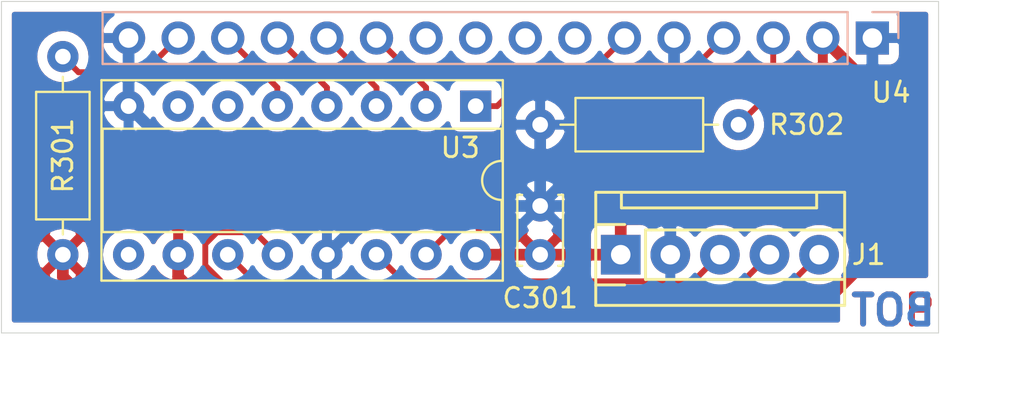
<source format=kicad_pcb>
(kicad_pcb (version 20171130) (host pcbnew "(5.1.4)-1")

  (general
    (thickness 1.6)
    (drawings 8)
    (tracks 74)
    (zones 0)
    (modules 6)
    (nets 21)
  )

  (page A4)
  (title_block
    (title BBSensor)
    (date 2019-09-16)
    (rev 1.1)
    (comment 1 "BBQ Sensor")
    (comment 2 "SPI <> Display Converter")
  )

  (layers
    (0 F.Cu signal)
    (31 B.Cu signal)
    (32 B.Adhes user)
    (33 F.Adhes user)
    (34 B.Paste user)
    (35 F.Paste user)
    (36 B.SilkS user)
    (37 F.SilkS user)
    (38 B.Mask user)
    (39 F.Mask user)
    (40 Dwgs.User user)
    (41 Cmts.User user)
    (42 Eco1.User user)
    (43 Eco2.User user)
    (44 Edge.Cuts user)
    (45 Margin user)
    (46 B.CrtYd user)
    (47 F.CrtYd user)
    (48 B.Fab user hide)
    (49 F.Fab user hide)
  )

  (setup
    (last_trace_width 0.3)
    (trace_clearance 0.2)
    (zone_clearance 0.508)
    (zone_45_only no)
    (trace_min 0.2)
    (via_size 0.8)
    (via_drill 0.4)
    (via_min_size 0.4)
    (via_min_drill 0.3)
    (uvia_size 0.3)
    (uvia_drill 0.1)
    (uvias_allowed no)
    (uvia_min_size 0.2)
    (uvia_min_drill 0.1)
    (edge_width 0.05)
    (segment_width 0.2)
    (pcb_text_width 0.3)
    (pcb_text_size 1.5 1.5)
    (mod_edge_width 0.12)
    (mod_text_size 1 1)
    (mod_text_width 0.15)
    (pad_size 7.4 7.4)
    (pad_drill 3.7)
    (pad_to_mask_clearance 0.051)
    (solder_mask_min_width 0.25)
    (aux_axis_origin 15 32)
    (visible_elements 7FFFFFFF)
    (pcbplotparams
      (layerselection 0x010e0_ffffffff)
      (usegerberextensions true)
      (usegerberattributes false)
      (usegerberadvancedattributes false)
      (creategerberjobfile false)
      (excludeedgelayer true)
      (linewidth 0.100000)
      (plotframeref false)
      (viasonmask false)
      (mode 1)
      (useauxorigin true)
      (hpglpennumber 1)
      (hpglpenspeed 20)
      (hpglpendiameter 15.000000)
      (psnegative false)
      (psa4output false)
      (plotreference true)
      (plotvalue true)
      (plotinvisibletext false)
      (padsonsilk false)
      (subtractmaskfromsilk true)
      (outputformat 1)
      (mirror false)
      (drillshape 0)
      (scaleselection 1)
      (outputdirectory "../plot/"))
  )

  (net 0 "")
  (net 1 GND)
  (net 2 +5V)
  (net 3 "Net-(R301-Pad2)")
  (net 4 "Net-(R302-Pad1)")
  (net 5 "Net-(U3-Pad7)")
  (net 6 "Net-(U3-Pad6)")
  (net 7 "Net-(U3-Pad9)")
  (net 8 "Net-(U4-Pad10)")
  (net 9 "Net-(U4-Pad9)")
  (net 10 "Net-(U4-Pad8)")
  (net 11 "Net-(U4-Pad7)")
  (net 12 /CS2)
  (net 13 /SCLK)
  (net 14 /MOSI)
  (net 15 /RS)
  (net 16 /DB7)
  (net 17 /DB6)
  (net 18 /DB5)
  (net 19 /DB4)
  (net 20 /ENABLE)

  (net_class Default "This is the default net class."
    (clearance 0.2)
    (trace_width 0.3)
    (via_dia 0.8)
    (via_drill 0.4)
    (uvia_dia 0.3)
    (uvia_drill 0.1)
    (add_net /CS2)
    (add_net /DB4)
    (add_net /DB5)
    (add_net /DB6)
    (add_net /DB7)
    (add_net /ENABLE)
    (add_net /MOSI)
    (add_net /RS)
    (add_net /SCLK)
    (add_net "Net-(R301-Pad2)")
    (add_net "Net-(R302-Pad1)")
    (add_net "Net-(U3-Pad6)")
    (add_net "Net-(U3-Pad7)")
    (add_net "Net-(U3-Pad9)")
    (add_net "Net-(U4-Pad10)")
    (add_net "Net-(U4-Pad7)")
    (add_net "Net-(U4-Pad8)")
    (add_net "Net-(U4-Pad9)")
  )

  (net_class Large ""
    (clearance 0.2)
    (trace_width 4)
    (via_dia 0.8)
    (via_drill 0.4)
    (uvia_dia 0.3)
    (uvia_drill 0.1)
  )

  (net_class Medium ""
    (clearance 0.2)
    (trace_width 0.6)
    (via_dia 0.8)
    (via_drill 0.4)
    (uvia_dia 0.3)
    (uvia_drill 0.1)
    (add_net +5V)
    (add_net GND)
  )

  (module Resistor_THT:R_Axial_DIN0207_L6.3mm_D2.5mm_P10.16mm_Horizontal (layer F.Cu) (tedit 5AE5139B) (tstamp 5D804235)
    (at 52.7525 21.32 180)
    (descr "Resistor, Axial_DIN0207 series, Axial, Horizontal, pin pitch=10.16mm, 0.25W = 1/4W, length*diameter=6.3*2.5mm^2, http://cdn-reichelt.de/documents/datenblatt/B400/1_4W%23YAG.pdf")
    (tags "Resistor Axial_DIN0207 series Axial Horizontal pin pitch 10.16mm 0.25W = 1/4W length 6.3mm diameter 2.5mm")
    (path /5D6C6C7B)
    (fp_text reference R302 (at -3.4925 0) (layer F.SilkS)
      (effects (font (size 1 1) (thickness 0.15)))
    )
    (fp_text value 2k (at 5.08 2.37) (layer F.Fab)
      (effects (font (size 1 1) (thickness 0.15)))
    )
    (fp_text user %R (at 5.08 0) (layer F.Fab)
      (effects (font (size 1 1) (thickness 0.15)))
    )
    (fp_line (start 11.21 -1.5) (end -1.05 -1.5) (layer F.CrtYd) (width 0.05))
    (fp_line (start 11.21 1.5) (end 11.21 -1.5) (layer F.CrtYd) (width 0.05))
    (fp_line (start -1.05 1.5) (end 11.21 1.5) (layer F.CrtYd) (width 0.05))
    (fp_line (start -1.05 -1.5) (end -1.05 1.5) (layer F.CrtYd) (width 0.05))
    (fp_line (start 9.12 0) (end 8.35 0) (layer F.SilkS) (width 0.12))
    (fp_line (start 1.04 0) (end 1.81 0) (layer F.SilkS) (width 0.12))
    (fp_line (start 8.35 -1.37) (end 1.81 -1.37) (layer F.SilkS) (width 0.12))
    (fp_line (start 8.35 1.37) (end 8.35 -1.37) (layer F.SilkS) (width 0.12))
    (fp_line (start 1.81 1.37) (end 8.35 1.37) (layer F.SilkS) (width 0.12))
    (fp_line (start 1.81 -1.37) (end 1.81 1.37) (layer F.SilkS) (width 0.12))
    (fp_line (start 10.16 0) (end 8.23 0) (layer F.Fab) (width 0.1))
    (fp_line (start 0 0) (end 1.93 0) (layer F.Fab) (width 0.1))
    (fp_line (start 8.23 -1.25) (end 1.93 -1.25) (layer F.Fab) (width 0.1))
    (fp_line (start 8.23 1.25) (end 8.23 -1.25) (layer F.Fab) (width 0.1))
    (fp_line (start 1.93 1.25) (end 8.23 1.25) (layer F.Fab) (width 0.1))
    (fp_line (start 1.93 -1.25) (end 1.93 1.25) (layer F.Fab) (width 0.1))
    (pad 2 thru_hole oval (at 10.16 0 180) (size 1.6 1.6) (drill 0.8) (layers *.Cu *.Mask)
      (net 1 GND))
    (pad 1 thru_hole circle (at 0 0 180) (size 1.6 1.6) (drill 0.8) (layers *.Cu *.Mask)
      (net 4 "Net-(R302-Pad1)"))
    (model ${KISYS3DMOD}/Resistor_THT.3dshapes/R_Axial_DIN0207_L6.3mm_D2.5mm_P10.16mm_Horizontal.wrl
      (at (xyz 0 0 0))
      (scale (xyz 1 1 1))
      (rotate (xyz 0 0 0))
    )
  )

  (module Resistor_THT:R_Axial_DIN0207_L6.3mm_D2.5mm_P10.16mm_Horizontal (layer F.Cu) (tedit 5AE5139B) (tstamp 5D6DE5BC)
    (at 18.145 27.9875 90)
    (descr "Resistor, Axial_DIN0207 series, Axial, Horizontal, pin pitch=10.16mm, 0.25W = 1/4W, length*diameter=6.3*2.5mm^2, http://cdn-reichelt.de/documents/datenblatt/B400/1_4W%23YAG.pdf")
    (tags "Resistor Axial_DIN0207 series Axial Horizontal pin pitch 10.16mm 0.25W = 1/4W length 6.3mm diameter 2.5mm")
    (path /5D6C50BB)
    (fp_text reference R301 (at 5.08 0 90) (layer F.SilkS)
      (effects (font (size 1 1) (thickness 0.15)))
    )
    (fp_text value 220 (at 5.08 2.37 90) (layer F.Fab)
      (effects (font (size 1 1) (thickness 0.15)))
    )
    (fp_text user %R (at 5.08 0 90) (layer F.Fab)
      (effects (font (size 1 1) (thickness 0.15)))
    )
    (fp_line (start 11.21 -1.5) (end -1.05 -1.5) (layer F.CrtYd) (width 0.05))
    (fp_line (start 11.21 1.5) (end 11.21 -1.5) (layer F.CrtYd) (width 0.05))
    (fp_line (start -1.05 1.5) (end 11.21 1.5) (layer F.CrtYd) (width 0.05))
    (fp_line (start -1.05 -1.5) (end -1.05 1.5) (layer F.CrtYd) (width 0.05))
    (fp_line (start 9.12 0) (end 8.35 0) (layer F.SilkS) (width 0.12))
    (fp_line (start 1.04 0) (end 1.81 0) (layer F.SilkS) (width 0.12))
    (fp_line (start 8.35 -1.37) (end 1.81 -1.37) (layer F.SilkS) (width 0.12))
    (fp_line (start 8.35 1.37) (end 8.35 -1.37) (layer F.SilkS) (width 0.12))
    (fp_line (start 1.81 1.37) (end 8.35 1.37) (layer F.SilkS) (width 0.12))
    (fp_line (start 1.81 -1.37) (end 1.81 1.37) (layer F.SilkS) (width 0.12))
    (fp_line (start 10.16 0) (end 8.23 0) (layer F.Fab) (width 0.1))
    (fp_line (start 0 0) (end 1.93 0) (layer F.Fab) (width 0.1))
    (fp_line (start 8.23 -1.25) (end 1.93 -1.25) (layer F.Fab) (width 0.1))
    (fp_line (start 8.23 1.25) (end 8.23 -1.25) (layer F.Fab) (width 0.1))
    (fp_line (start 1.93 1.25) (end 8.23 1.25) (layer F.Fab) (width 0.1))
    (fp_line (start 1.93 -1.25) (end 1.93 1.25) (layer F.Fab) (width 0.1))
    (pad 2 thru_hole oval (at 10.16 0 90) (size 1.6 1.6) (drill 0.8) (layers *.Cu *.Mask)
      (net 3 "Net-(R301-Pad2)"))
    (pad 1 thru_hole circle (at 0 0 90) (size 1.6 1.6) (drill 0.8) (layers *.Cu *.Mask)
      (net 2 +5V))
    (model ${KISYS3DMOD}/Resistor_THT.3dshapes/R_Axial_DIN0207_L6.3mm_D2.5mm_P10.16mm_Horizontal.wrl
      (at (xyz 0 0 0))
      (scale (xyz 1 1 1))
      (rotate (xyz 0 0 0))
    )
  )

  (module Molex:Molex_KK256_Pin_Header_Straight_1x05 (layer F.Cu) (tedit 57692967) (tstamp 5D6D8A99)
    (at 46.72 27.9875 90)
    (descr "Through hole pin header")
    (tags "pin header")
    (path /5D6D4B27)
    (fp_text reference J1 (at 0 12.7 180) (layer F.SilkS)
      (effects (font (size 1 1) (thickness 0.15)))
    )
    (fp_text value Conn_01x05 (at 0 -3.1 90) (layer F.Fab)
      (effects (font (size 1 1) (thickness 0.15)))
    )
    (fp_line (start 2.4 0.035) (end 2.4 10.035) (layer F.SilkS) (width 0.15))
    (fp_line (start -2.6 11.47) (end 3.2 11.47) (layer F.SilkS) (width 0.15))
    (fp_line (start -1.27 1.27) (end -1.27 11.47) (layer F.SilkS) (width 0.15))
    (fp_line (start -2.6 -1.28) (end 3.2 -1.28) (layer F.SilkS) (width 0.15))
    (fp_line (start -1.55 -1.28) (end -1.55 0.2) (layer F.SilkS) (width 0.15))
    (fp_line (start 1.27 1.27) (end -1.27 1.27) (layer F.SilkS) (width 0.15))
    (fp_line (start -1.75 4.3) (end 1.75 4.3) (layer F.CrtYd) (width 0.05))
    (fp_line (start -1.75 -1.75) (end 1.75 -1.75) (layer F.CrtYd) (width 0.05))
    (fp_line (start 1.75 -1.75) (end 1.75 4.3) (layer F.CrtYd) (width 0.05))
    (fp_line (start -1.75 -1.75) (end -1.75 4.3) (layer F.CrtYd) (width 0.05))
    (fp_line (start 1.55 -1.28) (end 1.55 0.2) (layer F.SilkS) (width 0.15))
    (fp_line (start 1.27 1.27) (end 1.27 11.47) (layer F.SilkS) (width 0.15))
    (fp_line (start 3.2 -1.28) (end 3.2 11.47) (layer F.SilkS) (width 0.15))
    (fp_line (start -2.6 -1.28) (end -2.6 11.47) (layer F.SilkS) (width 0.15))
    (fp_line (start 2.4 0.035) (end 3.2 0.035) (layer F.SilkS) (width 0.15))
    (fp_line (start 2.4 10.035) (end 3.2 10.035) (layer F.SilkS) (width 0.15))
    (pad 5 thru_hole oval (at 0 10.16 90) (size 2.032 2.032) (drill 1) (layers *.Cu *.Mask)
      (net 12 /CS2))
    (pad 4 thru_hole oval (at 0 7.62 90) (size 2.032 2.032) (drill 1) (layers *.Cu *.Mask)
      (net 13 /SCLK))
    (pad 3 thru_hole oval (at 0 5.08 90) (size 2.032 2.032) (drill 1) (layers *.Cu *.Mask)
      (net 14 /MOSI))
    (pad 2 thru_hole oval (at 0 2.54 90) (size 2.032 2.032) (drill 1) (layers *.Cu *.Mask)
      (net 1 GND))
    (pad 1 thru_hole rect (at 0 0 90) (size 2.032 2.032) (drill 1) (layers *.Cu *.Mask)
      (net 2 +5V))
    (model ${BBLIB_3D}/Molex.3dshapes/Molex_KK256_Pin_Header_Straight_1x05.step
      (offset (xyz 3.2 -11.45 0))
      (scale (xyz 1 1 1))
      (rotate (xyz 0 0 180))
    )
  )

  (module Connector_PinSocket_2.54mm:PinSocket_1x16_P2.54mm_Vertical (layer B.Cu) (tedit 5A19A41E) (tstamp 5D6D452B)
    (at 59.6105 16.875 90)
    (descr "Through hole straight socket strip, 1x16, 2.54mm pitch, single row (from Kicad 4.0.7), script generated")
    (tags "Through hole socket strip THT 1x16 2.54mm single row")
    (path /5D6D603A)
    (fp_text reference U4 (at -2.794 0.9525 180) (layer F.SilkS)
      (effects (font (size 1 1) (thickness 0.15)))
    )
    (fp_text value HD44780 (at -2.8575 -1.0795 180) (layer B.Fab) hide
      (effects (font (size 1 1) (thickness 0.15)) (justify mirror))
    )
    (fp_text user %R (at 0 -19.05 180) (layer B.Fab)
      (effects (font (size 1 1) (thickness 0.15)) (justify mirror))
    )
    (fp_line (start -1.8 -39.9) (end -1.8 1.8) (layer B.CrtYd) (width 0.05))
    (fp_line (start 1.75 -39.9) (end -1.8 -39.9) (layer B.CrtYd) (width 0.05))
    (fp_line (start 1.75 1.8) (end 1.75 -39.9) (layer B.CrtYd) (width 0.05))
    (fp_line (start -1.8 1.8) (end 1.75 1.8) (layer B.CrtYd) (width 0.05))
    (fp_line (start 0 1.33) (end 1.33 1.33) (layer B.SilkS) (width 0.12))
    (fp_line (start 1.33 1.33) (end 1.33 0) (layer B.SilkS) (width 0.12))
    (fp_line (start 1.33 -1.27) (end 1.33 -39.43) (layer B.SilkS) (width 0.12))
    (fp_line (start -1.33 -39.43) (end 1.33 -39.43) (layer B.SilkS) (width 0.12))
    (fp_line (start -1.33 -1.27) (end -1.33 -39.43) (layer B.SilkS) (width 0.12))
    (fp_line (start -1.33 -1.27) (end 1.33 -1.27) (layer B.SilkS) (width 0.12))
    (fp_line (start -1.27 -39.37) (end -1.27 1.27) (layer B.Fab) (width 0.1))
    (fp_line (start 1.27 -39.37) (end -1.27 -39.37) (layer B.Fab) (width 0.1))
    (fp_line (start 1.27 0.635) (end 1.27 -39.37) (layer B.Fab) (width 0.1))
    (fp_line (start 0.635 1.27) (end 1.27 0.635) (layer B.Fab) (width 0.1))
    (fp_line (start -1.27 1.27) (end 0.635 1.27) (layer B.Fab) (width 0.1))
    (pad 16 thru_hole oval (at 0 -38.1 90) (size 1.7 1.7) (drill 1) (layers *.Cu *.Mask)
      (net 1 GND))
    (pad 15 thru_hole oval (at 0 -35.56 90) (size 1.7 1.7) (drill 1) (layers *.Cu *.Mask)
      (net 3 "Net-(R301-Pad2)"))
    (pad 14 thru_hole oval (at 0 -33.02 90) (size 1.7 1.7) (drill 1) (layers *.Cu *.Mask)
      (net 16 /DB7))
    (pad 13 thru_hole oval (at 0 -30.48 90) (size 1.7 1.7) (drill 1) (layers *.Cu *.Mask)
      (net 17 /DB6))
    (pad 12 thru_hole oval (at 0 -27.94 90) (size 1.7 1.7) (drill 1) (layers *.Cu *.Mask)
      (net 18 /DB5))
    (pad 11 thru_hole oval (at 0 -25.4 90) (size 1.7 1.7) (drill 1) (layers *.Cu *.Mask)
      (net 19 /DB4))
    (pad 10 thru_hole oval (at 0 -22.86 90) (size 1.7 1.7) (drill 1) (layers *.Cu *.Mask)
      (net 8 "Net-(U4-Pad10)"))
    (pad 9 thru_hole oval (at 0 -20.32 90) (size 1.7 1.7) (drill 1) (layers *.Cu *.Mask)
      (net 9 "Net-(U4-Pad9)"))
    (pad 8 thru_hole oval (at 0 -17.78 90) (size 1.7 1.7) (drill 1) (layers *.Cu *.Mask)
      (net 10 "Net-(U4-Pad8)"))
    (pad 7 thru_hole oval (at 0 -15.24 90) (size 1.7 1.7) (drill 1) (layers *.Cu *.Mask)
      (net 11 "Net-(U4-Pad7)"))
    (pad 6 thru_hole oval (at 0 -12.7 90) (size 1.7 1.7) (drill 1) (layers *.Cu *.Mask)
      (net 20 /ENABLE))
    (pad 5 thru_hole oval (at 0 -10.16 90) (size 1.7 1.7) (drill 1) (layers *.Cu *.Mask)
      (net 1 GND))
    (pad 4 thru_hole oval (at 0 -7.62 90) (size 1.7 1.7) (drill 1) (layers *.Cu *.Mask)
      (net 15 /RS))
    (pad 3 thru_hole oval (at 0 -5.08 90) (size 1.7 1.7) (drill 1) (layers *.Cu *.Mask)
      (net 4 "Net-(R302-Pad1)"))
    (pad 2 thru_hole oval (at 0 -2.54 90) (size 1.7 1.7) (drill 1) (layers *.Cu *.Mask)
      (net 2 +5V))
    (pad 1 thru_hole rect (at 0 0 90) (size 1.7 1.7) (drill 1) (layers *.Cu *.Mask)
      (net 1 GND))
    (model ${KISYS3DMOD}/Connector_PinSocket_2.54mm.3dshapes/PinSocket_1x16_P2.54mm_Vertical.wrl
      (at (xyz 0 0 0))
      (scale (xyz 1 1 1))
      (rotate (xyz 0 0 0))
    )
  )

  (module Package_DIP:DIP-16_W7.62mm_Socket (layer F.Cu) (tedit 5A02E8C5) (tstamp 5D6D96FC)
    (at 39.2905 20.3675 270)
    (descr "16-lead though-hole mounted DIP package, row spacing 7.62 mm (300 mils), Socket")
    (tags "THT DIP DIL PDIP 2.54mm 7.62mm 300mil Socket")
    (path /5D6BFDD2)
    (fp_text reference U3 (at 2.1325 0.7905 180) (layer F.SilkS)
      (effects (font (size 1 1) (thickness 0.15)))
    )
    (fp_text value 74HC595 (at 3.81 20.11 90) (layer F.Fab)
      (effects (font (size 1 1) (thickness 0.15)))
    )
    (fp_text user %R (at 3.81 8.89 90) (layer F.Fab)
      (effects (font (size 1 1) (thickness 0.15)))
    )
    (fp_line (start 9.15 -1.6) (end -1.55 -1.6) (layer F.CrtYd) (width 0.05))
    (fp_line (start 9.15 19.4) (end 9.15 -1.6) (layer F.CrtYd) (width 0.05))
    (fp_line (start -1.55 19.4) (end 9.15 19.4) (layer F.CrtYd) (width 0.05))
    (fp_line (start -1.55 -1.6) (end -1.55 19.4) (layer F.CrtYd) (width 0.05))
    (fp_line (start 8.95 -1.39) (end -1.33 -1.39) (layer F.SilkS) (width 0.12))
    (fp_line (start 8.95 19.17) (end 8.95 -1.39) (layer F.SilkS) (width 0.12))
    (fp_line (start -1.33 19.17) (end 8.95 19.17) (layer F.SilkS) (width 0.12))
    (fp_line (start -1.33 -1.39) (end -1.33 19.17) (layer F.SilkS) (width 0.12))
    (fp_line (start 6.46 -1.33) (end 4.81 -1.33) (layer F.SilkS) (width 0.12))
    (fp_line (start 6.46 19.11) (end 6.46 -1.33) (layer F.SilkS) (width 0.12))
    (fp_line (start 1.16 19.11) (end 6.46 19.11) (layer F.SilkS) (width 0.12))
    (fp_line (start 1.16 -1.33) (end 1.16 19.11) (layer F.SilkS) (width 0.12))
    (fp_line (start 2.81 -1.33) (end 1.16 -1.33) (layer F.SilkS) (width 0.12))
    (fp_line (start 8.89 -1.33) (end -1.27 -1.33) (layer F.Fab) (width 0.1))
    (fp_line (start 8.89 19.11) (end 8.89 -1.33) (layer F.Fab) (width 0.1))
    (fp_line (start -1.27 19.11) (end 8.89 19.11) (layer F.Fab) (width 0.1))
    (fp_line (start -1.27 -1.33) (end -1.27 19.11) (layer F.Fab) (width 0.1))
    (fp_line (start 0.635 -0.27) (end 1.635 -1.27) (layer F.Fab) (width 0.1))
    (fp_line (start 0.635 19.05) (end 0.635 -0.27) (layer F.Fab) (width 0.1))
    (fp_line (start 6.985 19.05) (end 0.635 19.05) (layer F.Fab) (width 0.1))
    (fp_line (start 6.985 -1.27) (end 6.985 19.05) (layer F.Fab) (width 0.1))
    (fp_line (start 1.635 -1.27) (end 6.985 -1.27) (layer F.Fab) (width 0.1))
    (fp_arc (start 3.81 -1.33) (end 2.81 -1.33) (angle -180) (layer F.SilkS) (width 0.12))
    (pad 16 thru_hole oval (at 7.62 0 270) (size 1.6 1.6) (drill 0.8) (layers *.Cu *.Mask)
      (net 2 +5V))
    (pad 8 thru_hole oval (at 0 17.78 270) (size 1.6 1.6) (drill 0.8) (layers *.Cu *.Mask)
      (net 1 GND))
    (pad 15 thru_hole oval (at 7.62 2.54 270) (size 1.6 1.6) (drill 0.8) (layers *.Cu *.Mask)
      (net 15 /RS))
    (pad 7 thru_hole oval (at 0 15.24 270) (size 1.6 1.6) (drill 0.8) (layers *.Cu *.Mask)
      (net 5 "Net-(U3-Pad7)"))
    (pad 14 thru_hole oval (at 7.62 5.08 270) (size 1.6 1.6) (drill 0.8) (layers *.Cu *.Mask)
      (net 14 /MOSI))
    (pad 6 thru_hole oval (at 0 12.7 270) (size 1.6 1.6) (drill 0.8) (layers *.Cu *.Mask)
      (net 6 "Net-(U3-Pad6)"))
    (pad 13 thru_hole oval (at 7.62 7.62 270) (size 1.6 1.6) (drill 0.8) (layers *.Cu *.Mask)
      (net 1 GND))
    (pad 5 thru_hole oval (at 0 10.16 270) (size 1.6 1.6) (drill 0.8) (layers *.Cu *.Mask)
      (net 16 /DB7))
    (pad 12 thru_hole oval (at 7.62 10.16 270) (size 1.6 1.6) (drill 0.8) (layers *.Cu *.Mask)
      (net 12 /CS2))
    (pad 4 thru_hole oval (at 0 7.62 270) (size 1.6 1.6) (drill 0.8) (layers *.Cu *.Mask)
      (net 17 /DB6))
    (pad 11 thru_hole oval (at 7.62 12.7 270) (size 1.6 1.6) (drill 0.8) (layers *.Cu *.Mask)
      (net 13 /SCLK))
    (pad 3 thru_hole oval (at 0 5.08 270) (size 1.6 1.6) (drill 0.8) (layers *.Cu *.Mask)
      (net 18 /DB5))
    (pad 10 thru_hole oval (at 7.62 15.24 270) (size 1.6 1.6) (drill 0.8) (layers *.Cu *.Mask)
      (net 2 +5V))
    (pad 2 thru_hole oval (at 0 2.54 270) (size 1.6 1.6) (drill 0.8) (layers *.Cu *.Mask)
      (net 19 /DB4))
    (pad 9 thru_hole oval (at 7.62 17.78 270) (size 1.6 1.6) (drill 0.8) (layers *.Cu *.Mask)
      (net 7 "Net-(U3-Pad9)"))
    (pad 1 thru_hole rect (at 0 0 270) (size 1.6 1.6) (drill 0.8) (layers *.Cu *.Mask)
      (net 20 /ENABLE))
    (model ${KISYS3DMOD}/Package_DIP.3dshapes/DIP-16_W7.62mm_Socket.wrl
      (at (xyz 0 0 0))
      (scale (xyz 1 1 1))
      (rotate (xyz 0 0 0))
    )
  )

  (module Capacitor_THT:C_Disc_D3.4mm_W2.1mm_P2.50mm (layer F.Cu) (tedit 5AE50EF0) (tstamp 5D6D8A79)
    (at 42.5925 27.9875 90)
    (descr "C, Disc series, Radial, pin pitch=2.50mm, , diameter*width=3.4*2.1mm^2, Capacitor, http://www.vishay.com/docs/45233/krseries.pdf")
    (tags "C Disc series Radial pin pitch 2.50mm  diameter 3.4mm width 2.1mm Capacitor")
    (path /5D6C0D39)
    (fp_text reference C301 (at -2.2225 0 180) (layer F.SilkS)
      (effects (font (size 1 1) (thickness 0.15)))
    )
    (fp_text value 100n (at 1.25 2.3 90) (layer F.Fab)
      (effects (font (size 1 1) (thickness 0.15)))
    )
    (fp_text user %R (at 1.25 0 90) (layer F.Fab)
      (effects (font (size 0.68 0.68) (thickness 0.102)))
    )
    (fp_line (start 3.55 -1.3) (end -1.05 -1.3) (layer F.CrtYd) (width 0.05))
    (fp_line (start 3.55 1.3) (end 3.55 -1.3) (layer F.CrtYd) (width 0.05))
    (fp_line (start -1.05 1.3) (end 3.55 1.3) (layer F.CrtYd) (width 0.05))
    (fp_line (start -1.05 -1.3) (end -1.05 1.3) (layer F.CrtYd) (width 0.05))
    (fp_line (start 3.07 0.925) (end 3.07 1.17) (layer F.SilkS) (width 0.12))
    (fp_line (start 3.07 -1.17) (end 3.07 -0.925) (layer F.SilkS) (width 0.12))
    (fp_line (start -0.57 0.925) (end -0.57 1.17) (layer F.SilkS) (width 0.12))
    (fp_line (start -0.57 -1.17) (end -0.57 -0.925) (layer F.SilkS) (width 0.12))
    (fp_line (start -0.57 1.17) (end 3.07 1.17) (layer F.SilkS) (width 0.12))
    (fp_line (start -0.57 -1.17) (end 3.07 -1.17) (layer F.SilkS) (width 0.12))
    (fp_line (start 2.95 -1.05) (end -0.45 -1.05) (layer F.Fab) (width 0.1))
    (fp_line (start 2.95 1.05) (end 2.95 -1.05) (layer F.Fab) (width 0.1))
    (fp_line (start -0.45 1.05) (end 2.95 1.05) (layer F.Fab) (width 0.1))
    (fp_line (start -0.45 -1.05) (end -0.45 1.05) (layer F.Fab) (width 0.1))
    (pad 2 thru_hole circle (at 2.5 0 90) (size 1.6 1.6) (drill 0.8) (layers *.Cu *.Mask)
      (net 1 GND))
    (pad 1 thru_hole circle (at 0 0 90) (size 1.6 1.6) (drill 0.8) (layers *.Cu *.Mask)
      (net 2 +5V))
    (model ${KISYS3DMOD}/Capacitor_THT.3dshapes/C_Disc_D3.4mm_W2.1mm_P2.50mm.wrl
      (at (xyz 0 0 0))
      (scale (xyz 1 1 1))
      (rotate (xyz 0 0 0))
    )
  )

  (dimension 48 (width 0.15) (layer Dwgs.User)
    (gr_text "48,000 mm" (at 39 36.3) (layer Dwgs.User)
      (effects (font (size 1 1) (thickness 0.15)))
    )
    (feature1 (pts (xy 63 32) (xy 63 35.586421)))
    (feature2 (pts (xy 15 32) (xy 15 35.586421)))
    (crossbar (pts (xy 15 35) (xy 63 35)))
    (arrow1a (pts (xy 63 35) (xy 61.873496 35.586421)))
    (arrow1b (pts (xy 63 35) (xy 61.873496 34.413579)))
    (arrow2a (pts (xy 15 35) (xy 16.126504 35.586421)))
    (arrow2b (pts (xy 15 35) (xy 16.126504 34.413579)))
  )
  (dimension 17 (width 0.15) (layer Dwgs.User)
    (gr_text "17,000 mm" (at 66.03 23.5 270) (layer Dwgs.User)
      (effects (font (size 1 1) (thickness 0.15)))
    )
    (feature1 (pts (xy 61.73 32) (xy 65.316421 32)))
    (feature2 (pts (xy 61.73 15) (xy 65.316421 15)))
    (crossbar (pts (xy 64.73 15) (xy 64.73 32)))
    (arrow1a (pts (xy 64.73 32) (xy 64.143579 30.873496)))
    (arrow1b (pts (xy 64.73 32) (xy 65.316421 30.873496)))
    (arrow2a (pts (xy 64.73 15) (xy 64.143579 16.126504)))
    (arrow2b (pts (xy 64.73 15) (xy 65.316421 16.126504)))
  )
  (gr_text TOP (at 62.976 30.845) (layer F.Cu) (tstamp 5D6DDAB0)
    (effects (font (size 1.5 1.5) (thickness 0.3)) (justify right))
  )
  (gr_text BOT (at 62.976 30.845) (layer B.Cu)
    (effects (font (size 1.5 1.5) (thickness 0.3)) (justify left mirror))
  )
  (gr_line (start 15 32) (end 15 15) (layer Edge.Cuts) (width 0.05) (tstamp 5D6D8C3E))
  (gr_line (start 63 32) (end 15 32) (layer Edge.Cuts) (width 0.05))
  (gr_line (start 63 15) (end 63 32) (layer Edge.Cuts) (width 0.05))
  (gr_line (start 15 15) (end 63 15) (layer Edge.Cuts) (width 0.05))

  (segment (start 41.46113 25.4875) (end 42.5925 25.4875) (width 0.6) (layer B.Cu) (net 1))
  (segment (start 34.1705 25.4875) (end 36.7905 25.4875) (width 0.6) (layer B.Cu) (net 1))
  (segment (start 31.6705 27.9875) (end 34.1705 25.4875) (width 0.6) (layer B.Cu) (net 1))
  (segment (start 36.7905 25.4875) (end 41.46113 25.4875) (width 0.6) (layer B.Cu) (net 1))
  (segment (start 49.4505 18.6295) (end 42.5925 25.4875) (width 0.6) (layer B.Cu) (net 1))
  (segment (start 49.4505 16.875) (end 49.4505 18.6295) (width 0.6) (layer B.Cu) (net 1))
  (segment (start 43.72387 25.4875) (end 42.5925 25.4875) (width 0.6) (layer B.Cu) (net 1))
  (segment (start 59.6105 20.089502) (end 54.212502 25.4875) (width 0.6) (layer B.Cu) (net 1))
  (segment (start 59.6105 16.875) (end 59.6105 20.089502) (width 0.6) (layer B.Cu) (net 1))
  (segment (start 48.2675 25.55816) (end 48.2675 25.4875) (width 0.6) (layer B.Cu) (net 1))
  (segment (start 49.26 26.55066) (end 48.2675 25.55816) (width 0.6) (layer B.Cu) (net 1))
  (segment (start 49.26 27.9875) (end 49.26 26.55066) (width 0.6) (layer B.Cu) (net 1))
  (segment (start 54.212502 25.4875) (end 48.2675 25.4875) (width 0.6) (layer B.Cu) (net 1))
  (segment (start 48.2675 25.4875) (end 43.72387 25.4875) (width 0.6) (layer B.Cu) (net 1))
  (segment (start 21.5105 20.3675) (end 21.5105 16.875) (width 0.6) (layer B.Cu) (net 1))
  (segment (start 26.6305 25.4875) (end 36.7905 25.4875) (width 0.6) (layer B.Cu) (net 1))
  (segment (start 21.5105 20.3675) (end 26.6305 25.4875) (width 0.6) (layer B.Cu) (net 1))
  (segment (start 42.5925 21.32) (end 42.5925 25.4875) (width 0.6) (layer B.Cu) (net 1))
  (segment (start 46.72 27.9875) (end 42.5925 27.9875) (width 0.6) (layer F.Cu) (net 2))
  (segment (start 39.2905 27.9875) (end 42.5925 27.9875) (width 0.6) (layer F.Cu) (net 2))
  (segment (start 25.935161 31.003531) (end 26.368031 31.003531) (width 0.6) (layer F.Cu) (net 2))
  (segment (start 24.0505 29.11887) (end 25.935161 31.003531) (width 0.6) (layer F.Cu) (net 2))
  (segment (start 24.0505 27.9875) (end 24.0505 29.11887) (width 0.6) (layer F.Cu) (net 2))
  (segment (start 59.166 28.432) (end 56.594469 31.003531) (width 0.6) (layer F.Cu) (net 2))
  (segment (start 57.0705 16.875) (end 59.166 18.9705) (width 0.6) (layer F.Cu) (net 2))
  (segment (start 48.66 24.4315) (end 59.166 24.4315) (width 0.6) (layer F.Cu) (net 2))
  (segment (start 46.72 26.3715) (end 48.66 24.4315) (width 0.6) (layer F.Cu) (net 2))
  (segment (start 46.72 27.9875) (end 46.72 26.3715) (width 0.6) (layer F.Cu) (net 2))
  (segment (start 59.166 18.9705) (end 59.166 24.4315) (width 0.6) (layer F.Cu) (net 2))
  (segment (start 59.166 24.4315) (end 59.166 28.432) (width 0.6) (layer F.Cu) (net 2))
  (segment (start 20.029661 31.003531) (end 26.622469 31.003531) (width 0.6) (layer F.Cu) (net 2))
  (segment (start 18.145 29.11887) (end 20.029661 31.003531) (width 0.6) (layer F.Cu) (net 2))
  (segment (start 18.145 27.9875) (end 18.145 29.11887) (width 0.6) (layer F.Cu) (net 2))
  (segment (start 56.594469 31.003531) (end 26.622469 31.003531) (width 0.6) (layer F.Cu) (net 2))
  (segment (start 26.622469 31.003531) (end 26.368031 31.003531) (width 0.6) (layer F.Cu) (net 2))
  (segment (start 23.200501 17.724999) (end 24.0505 16.875) (width 0.3) (layer F.Cu) (net 3))
  (segment (start 22.298001 18.627499) (end 23.200501 17.724999) (width 0.3) (layer F.Cu) (net 3))
  (segment (start 18.944999 18.627499) (end 22.298001 18.627499) (width 0.3) (layer F.Cu) (net 3))
  (segment (start 18.145 17.8275) (end 18.944999 18.627499) (width 0.3) (layer F.Cu) (net 3))
  (segment (start 54.5305 19.542) (end 54.5305 16.875) (width 0.3) (layer F.Cu) (net 4))
  (segment (start 52.7525 21.32) (end 54.5305 19.542) (width 0.3) (layer F.Cu) (net 4))
  (segment (start 55.864001 29.003499) (end 56.88 27.9875) (width 0.3) (layer F.Cu) (net 12))
  (segment (start 54.513979 30.353521) (end 55.864001 29.003499) (width 0.3) (layer F.Cu) (net 12))
  (segment (start 27.254519 30.353521) (end 54.513979 30.353521) (width 0.3) (layer F.Cu) (net 12))
  (segment (start 25.440499 28.539501) (end 27.254519 30.353521) (width 0.3) (layer F.Cu) (net 12))
  (segment (start 25.440499 27.435499) (end 25.440499 28.539501) (width 0.3) (layer F.Cu) (net 12))
  (segment (start 26.038499 26.837499) (end 25.440499 27.435499) (width 0.3) (layer F.Cu) (net 12))
  (segment (start 27.980499 26.837499) (end 26.038499 26.837499) (width 0.3) (layer F.Cu) (net 12))
  (segment (start 29.1305 27.9875) (end 27.980499 26.837499) (width 0.3) (layer F.Cu) (net 12))
  (segment (start 27.390499 28.787499) (end 26.5905 27.9875) (width 0.3) (layer F.Cu) (net 13))
  (segment (start 28.456511 29.853511) (end 27.390499 28.787499) (width 0.3) (layer F.Cu) (net 13))
  (segment (start 52.473989 29.853511) (end 28.456511 29.853511) (width 0.3) (layer F.Cu) (net 13))
  (segment (start 54.34 27.9875) (end 52.473989 29.853511) (width 0.3) (layer F.Cu) (net 13))
  (segment (start 35.010499 28.787499) (end 34.2105 27.9875) (width 0.3) (layer F.Cu) (net 14))
  (segment (start 35.576501 29.353501) (end 35.010499 28.787499) (width 0.3) (layer F.Cu) (net 14))
  (segment (start 50.433999 29.353501) (end 35.576501 29.353501) (width 0.3) (layer F.Cu) (net 14))
  (segment (start 51.8 27.9875) (end 50.433999 29.353501) (width 0.3) (layer F.Cu) (net 14))
  (segment (start 37.550499 27.187501) (end 36.7505 27.9875) (width 0.3) (layer F.Cu) (net 15))
  (segment (start 40.9415 23.7965) (end 37.550499 27.187501) (width 0.3) (layer F.Cu) (net 15))
  (segment (start 51.9905 16.875) (end 45.069 23.7965) (width 0.3) (layer F.Cu) (net 15))
  (segment (start 45.069 23.7965) (end 40.9415 23.7965) (width 0.3) (layer F.Cu) (net 15))
  (segment (start 29.1305 19.415) (end 29.1305 20.3675) (width 0.3) (layer F.Cu) (net 16))
  (segment (start 26.5905 16.875) (end 29.1305 19.415) (width 0.3) (layer F.Cu) (net 16))
  (segment (start 31.6705 19.415) (end 31.6705 20.3675) (width 0.3) (layer F.Cu) (net 17))
  (segment (start 29.1305 16.875) (end 31.6705 19.415) (width 0.3) (layer F.Cu) (net 17))
  (segment (start 34.2105 19.415) (end 34.2105 20.3675) (width 0.3) (layer F.Cu) (net 18))
  (segment (start 31.6705 16.875) (end 34.2105 19.415) (width 0.3) (layer F.Cu) (net 18))
  (segment (start 36.7505 19.415) (end 36.7505 20.3675) (width 0.3) (layer F.Cu) (net 19))
  (segment (start 34.2105 16.875) (end 36.7505 19.415) (width 0.3) (layer F.Cu) (net 19))
  (segment (start 46.060501 17.724999) (end 46.9105 16.875) (width 0.3) (layer F.Cu) (net 20))
  (segment (start 44.7515 19.034) (end 46.060501 17.724999) (width 0.3) (layer F.Cu) (net 20))
  (segment (start 41.724 19.034) (end 44.7515 19.034) (width 0.3) (layer F.Cu) (net 20))
  (segment (start 39.2905 20.3675) (end 40.3905 20.3675) (width 0.3) (layer F.Cu) (net 20))
  (segment (start 40.3905 20.3675) (end 41.724 19.034) (width 0.3) (layer F.Cu) (net 20))

  (zone (net 1) (net_name GND) (layer B.Cu) (tstamp 5D804AD7) (hatch edge 0.508)
    (connect_pads (clearance 0.508))
    (min_thickness 0.254)
    (fill yes (arc_segments 32) (thermal_gap 0.508) (thermal_bridge_width 0.508))
    (polygon
      (pts
        (xy 15.5 15.5) (xy 15.5 31.5) (xy 62.5 31.5) (xy 62.5 15.5)
      )
    )
    (filled_polygon
      (pts
        (xy 20.510231 15.777412) (xy 20.315322 15.993645) (xy 20.166343 16.243748) (xy 20.069019 16.518109) (xy 20.189686 16.748)
        (xy 21.3835 16.748) (xy 21.3835 16.728) (xy 21.6375 16.728) (xy 21.6375 16.748) (xy 21.6575 16.748)
        (xy 21.6575 17.002) (xy 21.6375 17.002) (xy 21.6375 18.195155) (xy 21.86739 18.316476) (xy 22.014599 18.271825)
        (xy 22.27742 18.146641) (xy 22.510769 17.972588) (xy 22.705678 17.756355) (xy 22.775299 17.639477) (xy 22.809794 17.704014)
        (xy 22.995366 17.930134) (xy 23.221486 18.115706) (xy 23.479466 18.253599) (xy 23.759389 18.338513) (xy 23.97755 18.36)
        (xy 24.12345 18.36) (xy 24.341611 18.338513) (xy 24.621534 18.253599) (xy 24.879514 18.115706) (xy 25.105634 17.930134)
        (xy 25.291206 17.704014) (xy 25.3205 17.649209) (xy 25.349794 17.704014) (xy 25.535366 17.930134) (xy 25.761486 18.115706)
        (xy 26.019466 18.253599) (xy 26.299389 18.338513) (xy 26.51755 18.36) (xy 26.66345 18.36) (xy 26.881611 18.338513)
        (xy 27.161534 18.253599) (xy 27.419514 18.115706) (xy 27.645634 17.930134) (xy 27.831206 17.704014) (xy 27.8605 17.649209)
        (xy 27.889794 17.704014) (xy 28.075366 17.930134) (xy 28.301486 18.115706) (xy 28.559466 18.253599) (xy 28.839389 18.338513)
        (xy 29.05755 18.36) (xy 29.20345 18.36) (xy 29.421611 18.338513) (xy 29.701534 18.253599) (xy 29.959514 18.115706)
        (xy 30.185634 17.930134) (xy 30.371206 17.704014) (xy 30.4005 17.649209) (xy 30.429794 17.704014) (xy 30.615366 17.930134)
        (xy 30.841486 18.115706) (xy 31.099466 18.253599) (xy 31.379389 18.338513) (xy 31.59755 18.36) (xy 31.74345 18.36)
        (xy 31.961611 18.338513) (xy 32.241534 18.253599) (xy 32.499514 18.115706) (xy 32.725634 17.930134) (xy 32.911206 17.704014)
        (xy 32.9405 17.649209) (xy 32.969794 17.704014) (xy 33.155366 17.930134) (xy 33.381486 18.115706) (xy 33.639466 18.253599)
        (xy 33.919389 18.338513) (xy 34.13755 18.36) (xy 34.28345 18.36) (xy 34.501611 18.338513) (xy 34.781534 18.253599)
        (xy 35.039514 18.115706) (xy 35.265634 17.930134) (xy 35.451206 17.704014) (xy 35.4805 17.649209) (xy 35.509794 17.704014)
        (xy 35.695366 17.930134) (xy 35.921486 18.115706) (xy 36.179466 18.253599) (xy 36.459389 18.338513) (xy 36.67755 18.36)
        (xy 36.82345 18.36) (xy 37.041611 18.338513) (xy 37.321534 18.253599) (xy 37.579514 18.115706) (xy 37.805634 17.930134)
        (xy 37.991206 17.704014) (xy 38.0205 17.649209) (xy 38.049794 17.704014) (xy 38.235366 17.930134) (xy 38.461486 18.115706)
        (xy 38.719466 18.253599) (xy 38.999389 18.338513) (xy 39.21755 18.36) (xy 39.36345 18.36) (xy 39.581611 18.338513)
        (xy 39.861534 18.253599) (xy 40.119514 18.115706) (xy 40.345634 17.930134) (xy 40.531206 17.704014) (xy 40.5605 17.649209)
        (xy 40.589794 17.704014) (xy 40.775366 17.930134) (xy 41.001486 18.115706) (xy 41.259466 18.253599) (xy 41.539389 18.338513)
        (xy 41.75755 18.36) (xy 41.90345 18.36) (xy 42.121611 18.338513) (xy 42.401534 18.253599) (xy 42.659514 18.115706)
        (xy 42.885634 17.930134) (xy 43.071206 17.704014) (xy 43.1005 17.649209) (xy 43.129794 17.704014) (xy 43.315366 17.930134)
        (xy 43.541486 18.115706) (xy 43.799466 18.253599) (xy 44.079389 18.338513) (xy 44.29755 18.36) (xy 44.44345 18.36)
        (xy 44.661611 18.338513) (xy 44.941534 18.253599) (xy 45.199514 18.115706) (xy 45.425634 17.930134) (xy 45.611206 17.704014)
        (xy 45.6405 17.649209) (xy 45.669794 17.704014) (xy 45.855366 17.930134) (xy 46.081486 18.115706) (xy 46.339466 18.253599)
        (xy 46.619389 18.338513) (xy 46.83755 18.36) (xy 46.98345 18.36) (xy 47.201611 18.338513) (xy 47.481534 18.253599)
        (xy 47.739514 18.115706) (xy 47.965634 17.930134) (xy 48.151206 17.704014) (xy 48.185701 17.639477) (xy 48.255322 17.756355)
        (xy 48.450231 17.972588) (xy 48.68358 18.146641) (xy 48.946401 18.271825) (xy 49.09361 18.316476) (xy 49.3235 18.195155)
        (xy 49.3235 17.002) (xy 49.3035 17.002) (xy 49.3035 16.748) (xy 49.3235 16.748) (xy 49.3235 16.728)
        (xy 49.5775 16.728) (xy 49.5775 16.748) (xy 49.5975 16.748) (xy 49.5975 17.002) (xy 49.5775 17.002)
        (xy 49.5775 18.195155) (xy 49.80739 18.316476) (xy 49.954599 18.271825) (xy 50.21742 18.146641) (xy 50.450769 17.972588)
        (xy 50.645678 17.756355) (xy 50.715299 17.639477) (xy 50.749794 17.704014) (xy 50.935366 17.930134) (xy 51.161486 18.115706)
        (xy 51.419466 18.253599) (xy 51.699389 18.338513) (xy 51.91755 18.36) (xy 52.06345 18.36) (xy 52.281611 18.338513)
        (xy 52.561534 18.253599) (xy 52.819514 18.115706) (xy 53.045634 17.930134) (xy 53.231206 17.704014) (xy 53.2605 17.649209)
        (xy 53.289794 17.704014) (xy 53.475366 17.930134) (xy 53.701486 18.115706) (xy 53.959466 18.253599) (xy 54.239389 18.338513)
        (xy 54.45755 18.36) (xy 54.60345 18.36) (xy 54.821611 18.338513) (xy 55.101534 18.253599) (xy 55.359514 18.115706)
        (xy 55.585634 17.930134) (xy 55.771206 17.704014) (xy 55.8005 17.649209) (xy 55.829794 17.704014) (xy 56.015366 17.930134)
        (xy 56.241486 18.115706) (xy 56.499466 18.253599) (xy 56.779389 18.338513) (xy 56.99755 18.36) (xy 57.14345 18.36)
        (xy 57.361611 18.338513) (xy 57.641534 18.253599) (xy 57.899514 18.115706) (xy 58.125634 17.930134) (xy 58.150107 17.900313)
        (xy 58.170998 17.96918) (xy 58.229963 18.079494) (xy 58.309315 18.176185) (xy 58.406006 18.255537) (xy 58.51632 18.314502)
        (xy 58.636018 18.350812) (xy 58.7605 18.363072) (xy 59.32475 18.36) (xy 59.4835 18.20125) (xy 59.4835 17.002)
        (xy 59.7375 17.002) (xy 59.7375 18.20125) (xy 59.89625 18.36) (xy 60.4605 18.363072) (xy 60.584982 18.350812)
        (xy 60.70468 18.314502) (xy 60.814994 18.255537) (xy 60.911685 18.176185) (xy 60.991037 18.079494) (xy 61.050002 17.96918)
        (xy 61.086312 17.849482) (xy 61.098572 17.725) (xy 61.0955 17.16075) (xy 60.93675 17.002) (xy 59.7375 17.002)
        (xy 59.4835 17.002) (xy 59.4635 17.002) (xy 59.4635 16.748) (xy 59.4835 16.748) (xy 59.4835 16.728)
        (xy 59.7375 16.728) (xy 59.7375 16.748) (xy 60.93675 16.748) (xy 61.0955 16.58925) (xy 61.098572 16.025)
        (xy 61.086312 15.900518) (xy 61.050002 15.78082) (xy 60.991037 15.670506) (xy 60.982415 15.66) (xy 62.34 15.66)
        (xy 62.340001 29.055) (xy 58.13973 29.055) (xy 58.259398 28.909184) (xy 58.412705 28.622367) (xy 58.507111 28.311153)
        (xy 58.538988 27.9875) (xy 58.507111 27.663847) (xy 58.412705 27.352633) (xy 58.259398 27.065816) (xy 58.053082 26.814418)
        (xy 57.801684 26.608102) (xy 57.514867 26.454795) (xy 57.203653 26.360389) (xy 56.961104 26.3365) (xy 56.798896 26.3365)
        (xy 56.556347 26.360389) (xy 56.245133 26.454795) (xy 55.958316 26.608102) (xy 55.706918 26.814418) (xy 55.61 26.932514)
        (xy 55.513082 26.814418) (xy 55.261684 26.608102) (xy 54.974867 26.454795) (xy 54.663653 26.360389) (xy 54.421104 26.3365)
        (xy 54.258896 26.3365) (xy 54.016347 26.360389) (xy 53.705133 26.454795) (xy 53.418316 26.608102) (xy 53.166918 26.814418)
        (xy 53.07 26.932514) (xy 52.973082 26.814418) (xy 52.721684 26.608102) (xy 52.434867 26.454795) (xy 52.123653 26.360389)
        (xy 51.881104 26.3365) (xy 51.718896 26.3365) (xy 51.476347 26.360389) (xy 51.165133 26.454795) (xy 50.878316 26.608102)
        (xy 50.626918 26.814418) (xy 50.525412 26.938104) (xy 50.382569 26.776858) (xy 50.124815 26.581118) (xy 49.833826 26.439424)
        (xy 49.642944 26.381525) (xy 49.387 26.500664) (xy 49.387 27.8605) (xy 49.407 27.8605) (xy 49.407 28.1145)
        (xy 49.387 28.1145) (xy 49.387 29.474336) (xy 49.642944 29.593475) (xy 49.833826 29.535576) (xy 50.124815 29.393882)
        (xy 50.382569 29.198142) (xy 50.525412 29.036896) (xy 50.626918 29.160582) (xy 50.878316 29.366898) (xy 51.165133 29.520205)
        (xy 51.476347 29.614611) (xy 51.718896 29.6385) (xy 51.881104 29.6385) (xy 52.123653 29.614611) (xy 52.434867 29.520205)
        (xy 52.721684 29.366898) (xy 52.973082 29.160582) (xy 53.07 29.042486) (xy 53.166918 29.160582) (xy 53.418316 29.366898)
        (xy 53.705133 29.520205) (xy 54.016347 29.614611) (xy 54.258896 29.6385) (xy 54.421104 29.6385) (xy 54.663653 29.614611)
        (xy 54.974867 29.520205) (xy 55.261684 29.366898) (xy 55.513082 29.160582) (xy 55.61 29.042486) (xy 55.706918 29.160582)
        (xy 55.958316 29.366898) (xy 56.245133 29.520205) (xy 56.556347 29.614611) (xy 56.798896 29.6385) (xy 56.961104 29.6385)
        (xy 57.203653 29.614611) (xy 57.514867 29.520205) (xy 57.801684 29.366898) (xy 57.826714 29.346357) (xy 57.826714 31.34)
        (xy 15.66 31.34) (xy 15.66 27.846165) (xy 16.71 27.846165) (xy 16.71 28.128835) (xy 16.765147 28.406074)
        (xy 16.87332 28.667227) (xy 17.030363 28.902259) (xy 17.230241 29.102137) (xy 17.465273 29.25918) (xy 17.726426 29.367353)
        (xy 18.003665 29.4225) (xy 18.286335 29.4225) (xy 18.563574 29.367353) (xy 18.824727 29.25918) (xy 19.059759 29.102137)
        (xy 19.259637 28.902259) (xy 19.41668 28.667227) (xy 19.524853 28.406074) (xy 19.58 28.128835) (xy 19.58 27.9875)
        (xy 20.068557 27.9875) (xy 20.096264 28.268809) (xy 20.178318 28.539308) (xy 20.311568 28.788601) (xy 20.490892 29.007108)
        (xy 20.709399 29.186432) (xy 20.958692 29.319682) (xy 21.229191 29.401736) (xy 21.440008 29.4225) (xy 21.580992 29.4225)
        (xy 21.791809 29.401736) (xy 22.062308 29.319682) (xy 22.311601 29.186432) (xy 22.530108 29.007108) (xy 22.709432 28.788601)
        (xy 22.7805 28.655642) (xy 22.851568 28.788601) (xy 23.030892 29.007108) (xy 23.249399 29.186432) (xy 23.498692 29.319682)
        (xy 23.769191 29.401736) (xy 23.980008 29.4225) (xy 24.120992 29.4225) (xy 24.331809 29.401736) (xy 24.602308 29.319682)
        (xy 24.851601 29.186432) (xy 25.070108 29.007108) (xy 25.249432 28.788601) (xy 25.3205 28.655642) (xy 25.391568 28.788601)
        (xy 25.570892 29.007108) (xy 25.789399 29.186432) (xy 26.038692 29.319682) (xy 26.309191 29.401736) (xy 26.520008 29.4225)
        (xy 26.660992 29.4225) (xy 26.871809 29.401736) (xy 27.142308 29.319682) (xy 27.391601 29.186432) (xy 27.610108 29.007108)
        (xy 27.789432 28.788601) (xy 27.8605 28.655642) (xy 27.931568 28.788601) (xy 28.110892 29.007108) (xy 28.329399 29.186432)
        (xy 28.578692 29.319682) (xy 28.849191 29.401736) (xy 29.060008 29.4225) (xy 29.200992 29.4225) (xy 29.411809 29.401736)
        (xy 29.682308 29.319682) (xy 29.931601 29.186432) (xy 30.150108 29.007108) (xy 30.329432 28.788601) (xy 30.403079 28.650818)
        (xy 30.518115 28.842631) (xy 30.707086 29.051019) (xy 30.93308 29.218537) (xy 31.187413 29.338746) (xy 31.321461 29.379404)
        (xy 31.5435 29.257415) (xy 31.5435 28.1145) (xy 31.5235 28.1145) (xy 31.5235 27.8605) (xy 31.5435 27.8605)
        (xy 31.5435 26.717585) (xy 31.7975 26.717585) (xy 31.7975 27.8605) (xy 31.8175 27.8605) (xy 31.8175 28.1145)
        (xy 31.7975 28.1145) (xy 31.7975 29.257415) (xy 32.019539 29.379404) (xy 32.153587 29.338746) (xy 32.40792 29.218537)
        (xy 32.633914 29.051019) (xy 32.822885 28.842631) (xy 32.937921 28.650818) (xy 33.011568 28.788601) (xy 33.190892 29.007108)
        (xy 33.409399 29.186432) (xy 33.658692 29.319682) (xy 33.929191 29.401736) (xy 34.140008 29.4225) (xy 34.280992 29.4225)
        (xy 34.491809 29.401736) (xy 34.762308 29.319682) (xy 35.011601 29.186432) (xy 35.230108 29.007108) (xy 35.409432 28.788601)
        (xy 35.4805 28.655642) (xy 35.551568 28.788601) (xy 35.730892 29.007108) (xy 35.949399 29.186432) (xy 36.198692 29.319682)
        (xy 36.469191 29.401736) (xy 36.680008 29.4225) (xy 36.820992 29.4225) (xy 37.031809 29.401736) (xy 37.302308 29.319682)
        (xy 37.551601 29.186432) (xy 37.770108 29.007108) (xy 37.949432 28.788601) (xy 38.0205 28.655642) (xy 38.091568 28.788601)
        (xy 38.270892 29.007108) (xy 38.489399 29.186432) (xy 38.738692 29.319682) (xy 39.009191 29.401736) (xy 39.220008 29.4225)
        (xy 39.360992 29.4225) (xy 39.571809 29.401736) (xy 39.842308 29.319682) (xy 40.091601 29.186432) (xy 40.310108 29.007108)
        (xy 40.489432 28.788601) (xy 40.622682 28.539308) (xy 40.704736 28.268809) (xy 40.732443 27.9875) (xy 40.718523 27.846165)
        (xy 41.1575 27.846165) (xy 41.1575 28.128835) (xy 41.212647 28.406074) (xy 41.32082 28.667227) (xy 41.477863 28.902259)
        (xy 41.677741 29.102137) (xy 41.912773 29.25918) (xy 42.173926 29.367353) (xy 42.451165 29.4225) (xy 42.733835 29.4225)
        (xy 43.011074 29.367353) (xy 43.272227 29.25918) (xy 43.507259 29.102137) (xy 43.707137 28.902259) (xy 43.86418 28.667227)
        (xy 43.972353 28.406074) (xy 44.0275 28.128835) (xy 44.0275 27.846165) (xy 43.972353 27.568926) (xy 43.86418 27.307773)
        (xy 43.707137 27.072741) (xy 43.605896 26.9715) (xy 45.065928 26.9715) (xy 45.065928 29.0035) (xy 45.078188 29.127982)
        (xy 45.114498 29.24768) (xy 45.173463 29.357994) (xy 45.252815 29.454685) (xy 45.349506 29.534037) (xy 45.45982 29.593002)
        (xy 45.579518 29.629312) (xy 45.704 29.641572) (xy 47.736 29.641572) (xy 47.860482 29.629312) (xy 47.98018 29.593002)
        (xy 48.090494 29.534037) (xy 48.187185 29.454685) (xy 48.266537 29.357994) (xy 48.290036 29.314031) (xy 48.395185 29.393882)
        (xy 48.686174 29.535576) (xy 48.877056 29.593475) (xy 49.133 29.474336) (xy 49.133 28.1145) (xy 49.113 28.1145)
        (xy 49.113 27.8605) (xy 49.133 27.8605) (xy 49.133 26.500664) (xy 48.877056 26.381525) (xy 48.686174 26.439424)
        (xy 48.395185 26.581118) (xy 48.290036 26.660969) (xy 48.266537 26.617006) (xy 48.187185 26.520315) (xy 48.090494 26.440963)
        (xy 47.98018 26.381998) (xy 47.860482 26.345688) (xy 47.736 26.333428) (xy 45.704 26.333428) (xy 45.579518 26.345688)
        (xy 45.45982 26.381998) (xy 45.349506 26.440963) (xy 45.252815 26.520315) (xy 45.173463 26.617006) (xy 45.114498 26.72732)
        (xy 45.078188 26.847018) (xy 45.065928 26.9715) (xy 43.605896 26.9715) (xy 43.507259 26.872863) (xy 43.306631 26.738808)
        (xy 43.334014 26.724171) (xy 43.405597 26.480202) (xy 42.5925 25.667105) (xy 41.779403 26.480202) (xy 41.850986 26.724171)
        (xy 41.879841 26.737824) (xy 41.677741 26.872863) (xy 41.477863 27.072741) (xy 41.32082 27.307773) (xy 41.212647 27.568926)
        (xy 41.1575 27.846165) (xy 40.718523 27.846165) (xy 40.704736 27.706191) (xy 40.622682 27.435692) (xy 40.489432 27.186399)
        (xy 40.310108 26.967892) (xy 40.091601 26.788568) (xy 39.842308 26.655318) (xy 39.571809 26.573264) (xy 39.360992 26.5525)
        (xy 39.220008 26.5525) (xy 39.009191 26.573264) (xy 38.738692 26.655318) (xy 38.489399 26.788568) (xy 38.270892 26.967892)
        (xy 38.091568 27.186399) (xy 38.0205 27.319358) (xy 37.949432 27.186399) (xy 37.770108 26.967892) (xy 37.551601 26.788568)
        (xy 37.302308 26.655318) (xy 37.031809 26.573264) (xy 36.820992 26.5525) (xy 36.680008 26.5525) (xy 36.469191 26.573264)
        (xy 36.198692 26.655318) (xy 35.949399 26.788568) (xy 35.730892 26.967892) (xy 35.551568 27.186399) (xy 35.4805 27.319358)
        (xy 35.409432 27.186399) (xy 35.230108 26.967892) (xy 35.011601 26.788568) (xy 34.762308 26.655318) (xy 34.491809 26.573264)
        (xy 34.280992 26.5525) (xy 34.140008 26.5525) (xy 33.929191 26.573264) (xy 33.658692 26.655318) (xy 33.409399 26.788568)
        (xy 33.190892 26.967892) (xy 33.011568 27.186399) (xy 32.937921 27.324182) (xy 32.822885 27.132369) (xy 32.633914 26.923981)
        (xy 32.40792 26.756463) (xy 32.153587 26.636254) (xy 32.019539 26.595596) (xy 31.7975 26.717585) (xy 31.5435 26.717585)
        (xy 31.321461 26.595596) (xy 31.187413 26.636254) (xy 30.93308 26.756463) (xy 30.707086 26.923981) (xy 30.518115 27.132369)
        (xy 30.403079 27.324182) (xy 30.329432 27.186399) (xy 30.150108 26.967892) (xy 29.931601 26.788568) (xy 29.682308 26.655318)
        (xy 29.411809 26.573264) (xy 29.200992 26.5525) (xy 29.060008 26.5525) (xy 28.849191 26.573264) (xy 28.578692 26.655318)
        (xy 28.329399 26.788568) (xy 28.110892 26.967892) (xy 27.931568 27.186399) (xy 27.8605 27.319358) (xy 27.789432 27.186399)
        (xy 27.610108 26.967892) (xy 27.391601 26.788568) (xy 27.142308 26.655318) (xy 26.871809 26.573264) (xy 26.660992 26.5525)
        (xy 26.520008 26.5525) (xy 26.309191 26.573264) (xy 26.038692 26.655318) (xy 25.789399 26.788568) (xy 25.570892 26.967892)
        (xy 25.391568 27.186399) (xy 25.3205 27.319358) (xy 25.249432 27.186399) (xy 25.070108 26.967892) (xy 24.851601 26.788568)
        (xy 24.602308 26.655318) (xy 24.331809 26.573264) (xy 24.120992 26.5525) (xy 23.980008 26.5525) (xy 23.769191 26.573264)
        (xy 23.498692 26.655318) (xy 23.249399 26.788568) (xy 23.030892 26.967892) (xy 22.851568 27.186399) (xy 22.7805 27.319358)
        (xy 22.709432 27.186399) (xy 22.530108 26.967892) (xy 22.311601 26.788568) (xy 22.062308 26.655318) (xy 21.791809 26.573264)
        (xy 21.580992 26.5525) (xy 21.440008 26.5525) (xy 21.229191 26.573264) (xy 20.958692 26.655318) (xy 20.709399 26.788568)
        (xy 20.490892 26.967892) (xy 20.311568 27.186399) (xy 20.178318 27.435692) (xy 20.096264 27.706191) (xy 20.068557 27.9875)
        (xy 19.58 27.9875) (xy 19.58 27.846165) (xy 19.524853 27.568926) (xy 19.41668 27.307773) (xy 19.259637 27.072741)
        (xy 19.059759 26.872863) (xy 18.824727 26.71582) (xy 18.563574 26.607647) (xy 18.286335 26.5525) (xy 18.003665 26.5525)
        (xy 17.726426 26.607647) (xy 17.465273 26.71582) (xy 17.230241 26.872863) (xy 17.030363 27.072741) (xy 16.87332 27.307773)
        (xy 16.765147 27.568926) (xy 16.71 27.846165) (xy 15.66 27.846165) (xy 15.66 25.558012) (xy 41.152283 25.558012)
        (xy 41.193713 25.83763) (xy 41.288897 26.103792) (xy 41.355829 26.229014) (xy 41.599798 26.300597) (xy 42.412895 25.4875)
        (xy 42.772105 25.4875) (xy 43.585202 26.300597) (xy 43.829171 26.229014) (xy 43.950071 25.973504) (xy 44.0188 25.699316)
        (xy 44.032717 25.416988) (xy 43.991287 25.13737) (xy 43.896103 24.871208) (xy 43.829171 24.745986) (xy 43.585202 24.674403)
        (xy 42.772105 25.4875) (xy 42.412895 25.4875) (xy 41.599798 24.674403) (xy 41.355829 24.745986) (xy 41.234929 25.001496)
        (xy 41.1662 25.275684) (xy 41.152283 25.558012) (xy 15.66 25.558012) (xy 15.66 24.494798) (xy 41.779403 24.494798)
        (xy 42.5925 25.307895) (xy 43.405597 24.494798) (xy 43.334014 24.250829) (xy 43.078504 24.129929) (xy 42.804316 24.0612)
        (xy 42.521988 24.047283) (xy 42.24237 24.088713) (xy 41.976208 24.183897) (xy 41.850986 24.250829) (xy 41.779403 24.494798)
        (xy 15.66 24.494798) (xy 15.66 20.71654) (xy 20.118591 20.71654) (xy 20.21343 20.981381) (xy 20.358115 21.222631)
        (xy 20.547086 21.431019) (xy 20.77308 21.598537) (xy 21.027413 21.718746) (xy 21.161461 21.759404) (xy 21.3835 21.637415)
        (xy 21.3835 20.4945) (xy 20.239876 20.4945) (xy 20.118591 20.71654) (xy 15.66 20.71654) (xy 15.66 20.01846)
        (xy 20.118591 20.01846) (xy 20.239876 20.2405) (xy 21.3835 20.2405) (xy 21.3835 19.097585) (xy 21.6375 19.097585)
        (xy 21.6375 20.2405) (xy 21.6575 20.2405) (xy 21.6575 20.4945) (xy 21.6375 20.4945) (xy 21.6375 21.637415)
        (xy 21.859539 21.759404) (xy 21.993587 21.718746) (xy 22.24792 21.598537) (xy 22.473914 21.431019) (xy 22.662885 21.222631)
        (xy 22.777921 21.030818) (xy 22.851568 21.168601) (xy 23.030892 21.387108) (xy 23.249399 21.566432) (xy 23.498692 21.699682)
        (xy 23.769191 21.781736) (xy 23.980008 21.8025) (xy 24.120992 21.8025) (xy 24.331809 21.781736) (xy 24.602308 21.699682)
        (xy 24.851601 21.566432) (xy 25.070108 21.387108) (xy 25.249432 21.168601) (xy 25.3205 21.035642) (xy 25.391568 21.168601)
        (xy 25.570892 21.387108) (xy 25.789399 21.566432) (xy 26.038692 21.699682) (xy 26.309191 21.781736) (xy 26.520008 21.8025)
        (xy 26.660992 21.8025) (xy 26.871809 21.781736) (xy 27.142308 21.699682) (xy 27.391601 21.566432) (xy 27.610108 21.387108)
        (xy 27.789432 21.168601) (xy 27.8605 21.035642) (xy 27.931568 21.168601) (xy 28.110892 21.387108) (xy 28.329399 21.566432)
        (xy 28.578692 21.699682) (xy 28.849191 21.781736) (xy 29.060008 21.8025) (xy 29.200992 21.8025) (xy 29.411809 21.781736)
        (xy 29.682308 21.699682) (xy 29.931601 21.566432) (xy 30.150108 21.387108) (xy 30.329432 21.168601) (xy 30.4005 21.035642)
        (xy 30.471568 21.168601) (xy 30.650892 21.387108) (xy 30.869399 21.566432) (xy 31.118692 21.699682) (xy 31.389191 21.781736)
        (xy 31.600008 21.8025) (xy 31.740992 21.8025) (xy 31.951809 21.781736) (xy 32.222308 21.699682) (xy 32.471601 21.566432)
        (xy 32.690108 21.387108) (xy 32.869432 21.168601) (xy 32.9405 21.035642) (xy 33.011568 21.168601) (xy 33.190892 21.387108)
        (xy 33.409399 21.566432) (xy 33.658692 21.699682) (xy 33.929191 21.781736) (xy 34.140008 21.8025) (xy 34.280992 21.8025)
        (xy 34.491809 21.781736) (xy 34.762308 21.699682) (xy 35.011601 21.566432) (xy 35.230108 21.387108) (xy 35.409432 21.168601)
        (xy 35.4805 21.035642) (xy 35.551568 21.168601) (xy 35.730892 21.387108) (xy 35.949399 21.566432) (xy 36.198692 21.699682)
        (xy 36.469191 21.781736) (xy 36.680008 21.8025) (xy 36.820992 21.8025) (xy 37.031809 21.781736) (xy 37.302308 21.699682)
        (xy 37.551601 21.566432) (xy 37.770108 21.387108) (xy 37.862919 21.274018) (xy 37.864688 21.291982) (xy 37.900998 21.41168)
        (xy 37.959963 21.521994) (xy 38.039315 21.618685) (xy 38.136006 21.698037) (xy 38.24632 21.757002) (xy 38.366018 21.793312)
        (xy 38.4905 21.805572) (xy 40.0905 21.805572) (xy 40.214982 21.793312) (xy 40.33468 21.757002) (xy 40.444994 21.698037)
        (xy 40.480328 21.669039) (xy 41.200596 21.669039) (xy 41.241254 21.803087) (xy 41.361463 22.05742) (xy 41.528981 22.283414)
        (xy 41.737369 22.472385) (xy 41.978619 22.61707) (xy 42.24346 22.711909) (xy 42.4655 22.590624) (xy 42.4655 21.447)
        (xy 42.7195 21.447) (xy 42.7195 22.590624) (xy 42.94154 22.711909) (xy 43.206381 22.61707) (xy 43.447631 22.472385)
        (xy 43.656019 22.283414) (xy 43.823537 22.05742) (xy 43.943746 21.803087) (xy 43.984404 21.669039) (xy 43.862415 21.447)
        (xy 42.7195 21.447) (xy 42.4655 21.447) (xy 41.322585 21.447) (xy 41.200596 21.669039) (xy 40.480328 21.669039)
        (xy 40.541685 21.618685) (xy 40.621037 21.521994) (xy 40.680002 21.41168) (xy 40.716312 21.291982) (xy 40.728572 21.1675)
        (xy 40.728572 20.970961) (xy 41.200596 20.970961) (xy 41.322585 21.193) (xy 42.4655 21.193) (xy 42.4655 20.049376)
        (xy 42.7195 20.049376) (xy 42.7195 21.193) (xy 43.862415 21.193) (xy 43.87029 21.178665) (xy 51.3175 21.178665)
        (xy 51.3175 21.461335) (xy 51.372647 21.738574) (xy 51.48082 21.999727) (xy 51.637863 22.234759) (xy 51.837741 22.434637)
        (xy 52.072773 22.59168) (xy 52.333926 22.699853) (xy 52.611165 22.755) (xy 52.893835 22.755) (xy 53.171074 22.699853)
        (xy 53.432227 22.59168) (xy 53.667259 22.434637) (xy 53.867137 22.234759) (xy 54.02418 21.999727) (xy 54.132353 21.738574)
        (xy 54.1875 21.461335) (xy 54.1875 21.178665) (xy 54.132353 20.901426) (xy 54.02418 20.640273) (xy 53.867137 20.405241)
        (xy 53.667259 20.205363) (xy 53.432227 20.04832) (xy 53.171074 19.940147) (xy 52.893835 19.885) (xy 52.611165 19.885)
        (xy 52.333926 19.940147) (xy 52.072773 20.04832) (xy 51.837741 20.205363) (xy 51.637863 20.405241) (xy 51.48082 20.640273)
        (xy 51.372647 20.901426) (xy 51.3175 21.178665) (xy 43.87029 21.178665) (xy 43.984404 20.970961) (xy 43.943746 20.836913)
        (xy 43.823537 20.58258) (xy 43.656019 20.356586) (xy 43.447631 20.167615) (xy 43.206381 20.02293) (xy 42.94154 19.928091)
        (xy 42.7195 20.049376) (xy 42.4655 20.049376) (xy 42.24346 19.928091) (xy 41.978619 20.02293) (xy 41.737369 20.167615)
        (xy 41.528981 20.356586) (xy 41.361463 20.58258) (xy 41.241254 20.836913) (xy 41.200596 20.970961) (xy 40.728572 20.970961)
        (xy 40.728572 19.5675) (xy 40.716312 19.443018) (xy 40.680002 19.32332) (xy 40.621037 19.213006) (xy 40.541685 19.116315)
        (xy 40.444994 19.036963) (xy 40.33468 18.977998) (xy 40.214982 18.941688) (xy 40.0905 18.929428) (xy 38.4905 18.929428)
        (xy 38.366018 18.941688) (xy 38.24632 18.977998) (xy 38.136006 19.036963) (xy 38.039315 19.116315) (xy 37.959963 19.213006)
        (xy 37.900998 19.32332) (xy 37.864688 19.443018) (xy 37.862919 19.460982) (xy 37.770108 19.347892) (xy 37.551601 19.168568)
        (xy 37.302308 19.035318) (xy 37.031809 18.953264) (xy 36.820992 18.9325) (xy 36.680008 18.9325) (xy 36.469191 18.953264)
        (xy 36.198692 19.035318) (xy 35.949399 19.168568) (xy 35.730892 19.347892) (xy 35.551568 19.566399) (xy 35.4805 19.699358)
        (xy 35.409432 19.566399) (xy 35.230108 19.347892) (xy 35.011601 19.168568) (xy 34.762308 19.035318) (xy 34.491809 18.953264)
        (xy 34.280992 18.9325) (xy 34.140008 18.9325) (xy 33.929191 18.953264) (xy 33.658692 19.035318) (xy 33.409399 19.168568)
        (xy 33.190892 19.347892) (xy 33.011568 19.566399) (xy 32.9405 19.699358) (xy 32.869432 19.566399) (xy 32.690108 19.347892)
        (xy 32.471601 19.168568) (xy 32.222308 19.035318) (xy 31.951809 18.953264) (xy 31.740992 18.9325) (xy 31.600008 18.9325)
        (xy 31.389191 18.953264) (xy 31.118692 19.035318) (xy 30.869399 19.168568) (xy 30.650892 19.347892) (xy 30.471568 19.566399)
        (xy 30.4005 19.699358) (xy 30.329432 19.566399) (xy 30.150108 19.347892) (xy 29.931601 19.168568) (xy 29.682308 19.035318)
        (xy 29.411809 18.953264) (xy 29.200992 18.9325) (xy 29.060008 18.9325) (xy 28.849191 18.953264) (xy 28.578692 19.035318)
        (xy 28.329399 19.168568) (xy 28.110892 19.347892) (xy 27.931568 19.566399) (xy 27.8605 19.699358) (xy 27.789432 19.566399)
        (xy 27.610108 19.347892) (xy 27.391601 19.168568) (xy 27.142308 19.035318) (xy 26.871809 18.953264) (xy 26.660992 18.9325)
        (xy 26.520008 18.9325) (xy 26.309191 18.953264) (xy 26.038692 19.035318) (xy 25.789399 19.168568) (xy 25.570892 19.347892)
        (xy 25.391568 19.566399) (xy 25.3205 19.699358) (xy 25.249432 19.566399) (xy 25.070108 19.347892) (xy 24.851601 19.168568)
        (xy 24.602308 19.035318) (xy 24.331809 18.953264) (xy 24.120992 18.9325) (xy 23.980008 18.9325) (xy 23.769191 18.953264)
        (xy 23.498692 19.035318) (xy 23.249399 19.168568) (xy 23.030892 19.347892) (xy 22.851568 19.566399) (xy 22.777921 19.704182)
        (xy 22.662885 19.512369) (xy 22.473914 19.303981) (xy 22.24792 19.136463) (xy 21.993587 19.016254) (xy 21.859539 18.975596)
        (xy 21.6375 19.097585) (xy 21.3835 19.097585) (xy 21.161461 18.975596) (xy 21.027413 19.016254) (xy 20.77308 19.136463)
        (xy 20.547086 19.303981) (xy 20.358115 19.512369) (xy 20.21343 19.753619) (xy 20.118591 20.01846) (xy 15.66 20.01846)
        (xy 15.66 17.8275) (xy 16.703057 17.8275) (xy 16.730764 18.108809) (xy 16.812818 18.379308) (xy 16.946068 18.628601)
        (xy 17.125392 18.847108) (xy 17.343899 19.026432) (xy 17.593192 19.159682) (xy 17.863691 19.241736) (xy 18.074508 19.2625)
        (xy 18.215492 19.2625) (xy 18.426309 19.241736) (xy 18.696808 19.159682) (xy 18.946101 19.026432) (xy 19.164608 18.847108)
        (xy 19.343932 18.628601) (xy 19.477182 18.379308) (xy 19.559236 18.108809) (xy 19.586943 17.8275) (xy 19.559236 17.546191)
        (xy 19.477182 17.275692) (xy 19.45377 17.231891) (xy 20.069019 17.231891) (xy 20.166343 17.506252) (xy 20.315322 17.756355)
        (xy 20.510231 17.972588) (xy 20.74358 18.146641) (xy 21.006401 18.271825) (xy 21.15361 18.316476) (xy 21.3835 18.195155)
        (xy 21.3835 17.002) (xy 20.189686 17.002) (xy 20.069019 17.231891) (xy 19.45377 17.231891) (xy 19.343932 17.026399)
        (xy 19.164608 16.807892) (xy 18.946101 16.628568) (xy 18.696808 16.495318) (xy 18.426309 16.413264) (xy 18.215492 16.3925)
        (xy 18.074508 16.3925) (xy 17.863691 16.413264) (xy 17.593192 16.495318) (xy 17.343899 16.628568) (xy 17.125392 16.807892)
        (xy 16.946068 17.026399) (xy 16.812818 17.275692) (xy 16.730764 17.546191) (xy 16.703057 17.8275) (xy 15.66 17.8275)
        (xy 15.66 15.66) (xy 20.667643 15.66)
      )
    )
  )
  (zone (net 2) (net_name +5V) (layer F.Cu) (tstamp 5D804AD4) (hatch edge 0.508)
    (connect_pads (clearance 0.508))
    (min_thickness 0.254)
    (fill yes (arc_segments 32) (thermal_gap 0.508) (thermal_bridge_width 0.508))
    (polygon
      (pts
        (xy 15.5 15.5) (xy 62.5 15.5) (xy 62.5 31.5) (xy 15.5 31.5)
      )
    )
    (filled_polygon
      (pts
        (xy 20.455366 15.819866) (xy 20.269794 16.045986) (xy 20.131901 16.303966) (xy 20.046987 16.583889) (xy 20.018315 16.875)
        (xy 20.046987 17.166111) (xy 20.131901 17.446034) (xy 20.269794 17.704014) (xy 20.383446 17.842499) (xy 19.585466 17.842499)
        (xy 19.586943 17.8275) (xy 19.559236 17.546191) (xy 19.477182 17.275692) (xy 19.343932 17.026399) (xy 19.164608 16.807892)
        (xy 18.946101 16.628568) (xy 18.696808 16.495318) (xy 18.426309 16.413264) (xy 18.215492 16.3925) (xy 18.074508 16.3925)
        (xy 17.863691 16.413264) (xy 17.593192 16.495318) (xy 17.343899 16.628568) (xy 17.125392 16.807892) (xy 16.946068 17.026399)
        (xy 16.812818 17.275692) (xy 16.730764 17.546191) (xy 16.703057 17.8275) (xy 16.730764 18.108809) (xy 16.812818 18.379308)
        (xy 16.946068 18.628601) (xy 17.125392 18.847108) (xy 17.343899 19.026432) (xy 17.593192 19.159682) (xy 17.863691 19.241736)
        (xy 18.074508 19.2625) (xy 18.215492 19.2625) (xy 18.426309 19.241736) (xy 18.448021 19.23515) (xy 18.506766 19.283361)
        (xy 18.643139 19.356253) (xy 18.748168 19.388113) (xy 18.791111 19.40114) (xy 18.805489 19.402556) (xy 18.906438 19.412499)
        (xy 18.906445 19.412499) (xy 18.944998 19.416296) (xy 18.983551 19.412499) (xy 20.43787 19.412499) (xy 20.311568 19.566399)
        (xy 20.178318 19.815692) (xy 20.096264 20.086191) (xy 20.068557 20.3675) (xy 20.096264 20.648809) (xy 20.178318 20.919308)
        (xy 20.311568 21.168601) (xy 20.490892 21.387108) (xy 20.709399 21.566432) (xy 20.958692 21.699682) (xy 21.229191 21.781736)
        (xy 21.440008 21.8025) (xy 21.580992 21.8025) (xy 21.791809 21.781736) (xy 22.062308 21.699682) (xy 22.311601 21.566432)
        (xy 22.530108 21.387108) (xy 22.709432 21.168601) (xy 22.7805 21.035642) (xy 22.851568 21.168601) (xy 23.030892 21.387108)
        (xy 23.249399 21.566432) (xy 23.498692 21.699682) (xy 23.769191 21.781736) (xy 23.980008 21.8025) (xy 24.120992 21.8025)
        (xy 24.331809 21.781736) (xy 24.602308 21.699682) (xy 24.851601 21.566432) (xy 25.070108 21.387108) (xy 25.249432 21.168601)
        (xy 25.3205 21.035642) (xy 25.391568 21.168601) (xy 25.570892 21.387108) (xy 25.789399 21.566432) (xy 26.038692 21.699682)
        (xy 26.309191 21.781736) (xy 26.520008 21.8025) (xy 26.660992 21.8025) (xy 26.871809 21.781736) (xy 27.142308 21.699682)
        (xy 27.391601 21.566432) (xy 27.610108 21.387108) (xy 27.789432 21.168601) (xy 27.8605 21.035642) (xy 27.931568 21.168601)
        (xy 28.110892 21.387108) (xy 28.329399 21.566432) (xy 28.578692 21.699682) (xy 28.849191 21.781736) (xy 29.060008 21.8025)
        (xy 29.200992 21.8025) (xy 29.411809 21.781736) (xy 29.682308 21.699682) (xy 29.931601 21.566432) (xy 30.150108 21.387108)
        (xy 30.329432 21.168601) (xy 30.4005 21.035642) (xy 30.471568 21.168601) (xy 30.650892 21.387108) (xy 30.869399 21.566432)
        (xy 31.118692 21.699682) (xy 31.389191 21.781736) (xy 31.600008 21.8025) (xy 31.740992 21.8025) (xy 31.951809 21.781736)
        (xy 32.222308 21.699682) (xy 32.471601 21.566432) (xy 32.690108 21.387108) (xy 32.869432 21.168601) (xy 32.9405 21.035642)
        (xy 33.011568 21.168601) (xy 33.190892 21.387108) (xy 33.409399 21.566432) (xy 33.658692 21.699682) (xy 33.929191 21.781736)
        (xy 34.140008 21.8025) (xy 34.280992 21.8025) (xy 34.491809 21.781736) (xy 34.762308 21.699682) (xy 35.011601 21.566432)
        (xy 35.230108 21.387108) (xy 35.409432 21.168601) (xy 35.4805 21.035642) (xy 35.551568 21.168601) (xy 35.730892 21.387108)
        (xy 35.949399 21.566432) (xy 36.198692 21.699682) (xy 36.469191 21.781736) (xy 36.680008 21.8025) (xy 36.820992 21.8025)
        (xy 37.031809 21.781736) (xy 37.302308 21.699682) (xy 37.551601 21.566432) (xy 37.770108 21.387108) (xy 37.862919 21.274018)
        (xy 37.864688 21.291982) (xy 37.900998 21.41168) (xy 37.959963 21.521994) (xy 38.039315 21.618685) (xy 38.136006 21.698037)
        (xy 38.24632 21.757002) (xy 38.366018 21.793312) (xy 38.4905 21.805572) (xy 40.0905 21.805572) (xy 40.214982 21.793312)
        (xy 40.33468 21.757002) (xy 40.444994 21.698037) (xy 40.541685 21.618685) (xy 40.621037 21.521994) (xy 40.680002 21.41168)
        (xy 40.707812 21.32) (xy 41.150557 21.32) (xy 41.178264 21.601309) (xy 41.260318 21.871808) (xy 41.393568 22.121101)
        (xy 41.572892 22.339608) (xy 41.791399 22.518932) (xy 42.040692 22.652182) (xy 42.311191 22.734236) (xy 42.522008 22.755)
        (xy 42.662992 22.755) (xy 42.873809 22.734236) (xy 43.144308 22.652182) (xy 43.393601 22.518932) (xy 43.612108 22.339608)
        (xy 43.791432 22.121101) (xy 43.924682 21.871808) (xy 44.006736 21.601309) (xy 44.034443 21.32) (xy 44.006736 21.038691)
        (xy 43.924682 20.768192) (xy 43.791432 20.518899) (xy 43.612108 20.300392) (xy 43.393601 20.121068) (xy 43.144308 19.987818)
        (xy 42.873809 19.905764) (xy 42.662992 19.885) (xy 42.522008 19.885) (xy 42.311191 19.905764) (xy 42.040692 19.987818)
        (xy 41.791399 20.121068) (xy 41.572892 20.300392) (xy 41.393568 20.518899) (xy 41.260318 20.768192) (xy 41.178264 21.038691)
        (xy 41.150557 21.32) (xy 40.707812 21.32) (xy 40.716312 21.291982) (xy 40.728572 21.1675) (xy 40.728572 21.076899)
        (xy 40.828733 21.023362) (xy 40.948264 20.925264) (xy 40.972847 20.89531) (xy 42.049157 19.819) (xy 44.712947 19.819)
        (xy 44.7515 19.822797) (xy 44.790053 19.819) (xy 44.790061 19.819) (xy 44.905387 19.807641) (xy 45.05336 19.762754)
        (xy 45.189733 19.689862) (xy 45.309264 19.591764) (xy 45.333847 19.56181) (xy 46.571632 18.324026) (xy 46.619389 18.338513)
        (xy 46.83755 18.36) (xy 46.98345 18.36) (xy 47.201611 18.338513) (xy 47.481534 18.253599) (xy 47.739514 18.115706)
        (xy 47.965634 17.930134) (xy 48.151206 17.704014) (xy 48.1805 17.649209) (xy 48.209794 17.704014) (xy 48.395366 17.930134)
        (xy 48.621486 18.115706) (xy 48.879466 18.253599) (xy 49.159389 18.338513) (xy 49.37755 18.36) (xy 49.395342 18.36)
        (xy 44.743843 23.0115) (xy 40.980056 23.0115) (xy 40.9415 23.007703) (xy 40.902944 23.0115) (xy 40.902939 23.0115)
        (xy 40.862526 23.01548) (xy 40.787613 23.022858) (xy 40.63964 23.067746) (xy 40.503267 23.140638) (xy 40.383736 23.238736)
        (xy 40.359155 23.268688) (xy 37.049279 26.578564) (xy 37.031809 26.573264) (xy 36.820992 26.5525) (xy 36.680008 26.5525)
        (xy 36.469191 26.573264) (xy 36.198692 26.655318) (xy 35.949399 26.788568) (xy 35.730892 26.967892) (xy 35.551568 27.186399)
        (xy 35.4805 27.319358) (xy 35.409432 27.186399) (xy 35.230108 26.967892) (xy 35.011601 26.788568) (xy 34.762308 26.655318)
        (xy 34.491809 26.573264) (xy 34.280992 26.5525) (xy 34.140008 26.5525) (xy 33.929191 26.573264) (xy 33.658692 26.655318)
        (xy 33.409399 26.788568) (xy 33.190892 26.967892) (xy 33.011568 27.186399) (xy 32.9405 27.319358) (xy 32.869432 27.186399)
        (xy 32.690108 26.967892) (xy 32.471601 26.788568) (xy 32.222308 26.655318) (xy 31.951809 26.573264) (xy 31.740992 26.5525)
        (xy 31.600008 26.5525) (xy 31.389191 26.573264) (xy 31.118692 26.655318) (xy 30.869399 26.788568) (xy 30.650892 26.967892)
        (xy 30.471568 27.186399) (xy 30.4005 27.319358) (xy 30.329432 27.186399) (xy 30.150108 26.967892) (xy 29.931601 26.788568)
        (xy 29.682308 26.655318) (xy 29.411809 26.573264) (xy 29.200992 26.5525) (xy 29.060008 26.5525) (xy 28.849191 26.573264)
        (xy 28.831721 26.578563) (xy 28.562846 26.309689) (xy 28.538263 26.279735) (xy 28.418732 26.181637) (xy 28.282359 26.108745)
        (xy 28.134386 26.063858) (xy 28.01906 26.052499) (xy 28.019052 26.052499) (xy 27.980499 26.048702) (xy 27.941946 26.052499)
        (xy 26.077055 26.052499) (xy 26.038499 26.048702) (xy 25.999943 26.052499) (xy 25.999938 26.052499) (xy 25.959525 26.056479)
        (xy 25.884612 26.063857) (xy 25.736639 26.108745) (xy 25.600266 26.181637) (xy 25.480735 26.279735) (xy 25.456152 26.309689)
        (xy 24.915103 26.850738) (xy 24.78792 26.756463) (xy 24.533587 26.636254) (xy 24.399539 26.595596) (xy 24.1775 26.717585)
        (xy 24.1775 27.8605) (xy 24.1975 27.8605) (xy 24.1975 28.1145) (xy 24.1775 28.1145) (xy 24.1775 29.257415)
        (xy 24.399539 29.379404) (xy 24.533587 29.338746) (xy 24.78792 29.218537) (xy 24.915103 29.124262) (xy 26.672172 30.881331)
        (xy 26.696755 30.911285) (xy 26.816286 31.009383) (xy 26.952659 31.082275) (xy 27.100632 31.127163) (xy 27.175545 31.134541)
        (xy 27.215958 31.138521) (xy 27.215963 31.138521) (xy 27.254519 31.142318) (xy 27.293075 31.138521) (xy 54.475426 31.138521)
        (xy 54.513979 31.142318) (xy 54.552532 31.138521) (xy 54.55254 31.138521) (xy 54.667866 31.127162) (xy 54.815839 31.082275)
        (xy 54.952212 31.009383) (xy 55.071743 30.911285) (xy 55.096326 30.881331) (xy 56.408037 29.569621) (xy 56.556347 29.614611)
        (xy 56.798896 29.6385) (xy 56.961104 29.6385) (xy 57.203653 29.614611) (xy 57.514867 29.520205) (xy 57.801684 29.366898)
        (xy 57.826714 29.346357) (xy 57.826714 31.34) (xy 15.66 31.34) (xy 15.66 28.980202) (xy 17.331903 28.980202)
        (xy 17.403486 29.224171) (xy 17.658996 29.345071) (xy 17.933184 29.4138) (xy 18.215512 29.427717) (xy 18.49513 29.386287)
        (xy 18.761292 29.291103) (xy 18.886514 29.224171) (xy 18.958097 28.980202) (xy 18.145 28.167105) (xy 17.331903 28.980202)
        (xy 15.66 28.980202) (xy 15.66 28.058012) (xy 16.704783 28.058012) (xy 16.746213 28.33763) (xy 16.841397 28.603792)
        (xy 16.908329 28.729014) (xy 17.152298 28.800597) (xy 17.965395 27.9875) (xy 18.324605 27.9875) (xy 19.137702 28.800597)
        (xy 19.381671 28.729014) (xy 19.502571 28.473504) (xy 19.5713 28.199316) (xy 19.581741 27.9875) (xy 20.068557 27.9875)
        (xy 20.096264 28.268809) (xy 20.178318 28.539308) (xy 20.311568 28.788601) (xy 20.490892 29.007108) (xy 20.709399 29.186432)
        (xy 20.958692 29.319682) (xy 21.229191 29.401736) (xy 21.440008 29.4225) (xy 21.580992 29.4225) (xy 21.791809 29.401736)
        (xy 22.062308 29.319682) (xy 22.311601 29.186432) (xy 22.530108 29.007108) (xy 22.709432 28.788601) (xy 22.783079 28.650818)
        (xy 22.898115 28.842631) (xy 23.087086 29.051019) (xy 23.31308 29.218537) (xy 23.567413 29.338746) (xy 23.701461 29.379404)
        (xy 23.9235 29.257415) (xy 23.9235 28.1145) (xy 23.9035 28.1145) (xy 23.9035 27.8605) (xy 23.9235 27.8605)
        (xy 23.9235 26.717585) (xy 23.701461 26.595596) (xy 23.567413 26.636254) (xy 23.31308 26.756463) (xy 23.087086 26.923981)
        (xy 22.898115 27.132369) (xy 22.783079 27.324182) (xy 22.709432 27.186399) (xy 22.530108 26.967892) (xy 22.311601 26.788568)
        (xy 22.062308 26.655318) (xy 21.791809 26.573264) (xy 21.580992 26.5525) (xy 21.440008 26.5525) (xy 21.229191 26.573264)
        (xy 20.958692 26.655318) (xy 20.709399 26.788568) (xy 20.490892 26.967892) (xy 20.311568 27.186399) (xy 20.178318 27.435692)
        (xy 20.096264 27.706191) (xy 20.068557 27.9875) (xy 19.581741 27.9875) (xy 19.585217 27.916988) (xy 19.543787 27.63737)
        (xy 19.448603 27.371208) (xy 19.381671 27.245986) (xy 19.137702 27.174403) (xy 18.324605 27.9875) (xy 17.965395 27.9875)
        (xy 17.152298 27.174403) (xy 16.908329 27.245986) (xy 16.787429 27.501496) (xy 16.7187 27.775684) (xy 16.704783 28.058012)
        (xy 15.66 28.058012) (xy 15.66 26.994798) (xy 17.331903 26.994798) (xy 18.145 27.807895) (xy 18.958097 26.994798)
        (xy 18.886514 26.750829) (xy 18.631004 26.629929) (xy 18.356816 26.5612) (xy 18.074488 26.547283) (xy 17.79487 26.588713)
        (xy 17.528708 26.683897) (xy 17.403486 26.750829) (xy 17.331903 26.994798) (xy 15.66 26.994798) (xy 15.66 15.66)
        (xy 20.650163 15.66)
      )
    )
    (filled_polygon
      (pts
        (xy 62.340001 29.055) (xy 58.13973 29.055) (xy 58.259398 28.909184) (xy 58.412705 28.622367) (xy 58.507111 28.311153)
        (xy 58.538988 27.9875) (xy 58.507111 27.663847) (xy 58.412705 27.352633) (xy 58.259398 27.065816) (xy 58.053082 26.814418)
        (xy 57.801684 26.608102) (xy 57.514867 26.454795) (xy 57.203653 26.360389) (xy 56.961104 26.3365) (xy 56.798896 26.3365)
        (xy 56.556347 26.360389) (xy 56.245133 26.454795) (xy 55.958316 26.608102) (xy 55.706918 26.814418) (xy 55.61 26.932514)
        (xy 55.513082 26.814418) (xy 55.261684 26.608102) (xy 54.974867 26.454795) (xy 54.663653 26.360389) (xy 54.421104 26.3365)
        (xy 54.258896 26.3365) (xy 54.016347 26.360389) (xy 53.705133 26.454795) (xy 53.418316 26.608102) (xy 53.166918 26.814418)
        (xy 53.07 26.932514) (xy 52.973082 26.814418) (xy 52.721684 26.608102) (xy 52.434867 26.454795) (xy 52.123653 26.360389)
        (xy 51.881104 26.3365) (xy 51.718896 26.3365) (xy 51.476347 26.360389) (xy 51.165133 26.454795) (xy 50.878316 26.608102)
        (xy 50.626918 26.814418) (xy 50.53 26.932514) (xy 50.433082 26.814418) (xy 50.181684 26.608102) (xy 49.894867 26.454795)
        (xy 49.583653 26.360389) (xy 49.341104 26.3365) (xy 49.178896 26.3365) (xy 48.936347 26.360389) (xy 48.625133 26.454795)
        (xy 48.338316 26.608102) (xy 48.285115 26.651763) (xy 48.266537 26.617006) (xy 48.187185 26.520315) (xy 48.090494 26.440963)
        (xy 47.98018 26.381998) (xy 47.860482 26.345688) (xy 47.736 26.333428) (xy 47.00575 26.3365) (xy 46.847 26.49525)
        (xy 46.847 27.8605) (xy 46.867 27.8605) (xy 46.867 28.1145) (xy 46.847 28.1145) (xy 46.847 28.1345)
        (xy 46.593 28.1345) (xy 46.593 28.1145) (xy 45.22775 28.1145) (xy 45.069 28.27325) (xy 45.067758 28.568501)
        (xy 43.905121 28.568501) (xy 43.950071 28.473504) (xy 44.0188 28.199316) (xy 44.032717 27.916988) (xy 43.991287 27.63737)
        (xy 43.896103 27.371208) (xy 43.829171 27.245986) (xy 43.585202 27.174403) (xy 42.772105 27.9875) (xy 42.786248 28.001643)
        (xy 42.606643 28.181248) (xy 42.5925 28.167105) (xy 42.578358 28.181248) (xy 42.398753 28.001643) (xy 42.412895 27.9875)
        (xy 41.599798 27.174403) (xy 41.355829 27.245986) (xy 41.234929 27.501496) (xy 41.1662 27.775684) (xy 41.152283 28.058012)
        (xy 41.193713 28.33763) (xy 41.276276 28.568501) (xy 40.599344 28.568501) (xy 40.682409 28.33654) (xy 40.561124 28.1145)
        (xy 39.4175 28.1145) (xy 39.4175 28.1345) (xy 39.1635 28.1345) (xy 39.1635 28.1145) (xy 39.1435 28.1145)
        (xy 39.1435 27.8605) (xy 39.1635 27.8605) (xy 39.1635 27.8405) (xy 39.4175 27.8405) (xy 39.4175 27.8605)
        (xy 40.561124 27.8605) (xy 40.682409 27.63846) (xy 40.58757 27.373619) (xy 40.442885 27.132369) (xy 40.253914 26.923981)
        (xy 40.02792 26.756463) (xy 39.773587 26.636254) (xy 39.639539 26.595596) (xy 39.417502 26.717584) (xy 39.417502 26.5525)
        (xy 39.295657 26.5525) (xy 41.266657 24.5815) (xy 41.47201 24.5815) (xy 41.32082 24.807773) (xy 41.212647 25.068926)
        (xy 41.1575 25.346165) (xy 41.1575 25.628835) (xy 41.212647 25.906074) (xy 41.32082 26.167227) (xy 41.477863 26.402259)
        (xy 41.677741 26.602137) (xy 41.878369 26.736192) (xy 41.850986 26.750829) (xy 41.779403 26.994798) (xy 42.5925 27.807895)
        (xy 43.405597 26.994798) (xy 43.398762 26.9715) (xy 45.065928 26.9715) (xy 45.069 27.70175) (xy 45.22775 27.8605)
        (xy 46.593 27.8605) (xy 46.593 26.49525) (xy 46.43425 26.3365) (xy 45.704 26.333428) (xy 45.579518 26.345688)
        (xy 45.45982 26.381998) (xy 45.349506 26.440963) (xy 45.252815 26.520315) (xy 45.173463 26.617006) (xy 45.114498 26.72732)
        (xy 45.078188 26.847018) (xy 45.065928 26.9715) (xy 43.398762 26.9715) (xy 43.334014 26.750829) (xy 43.305159 26.737176)
        (xy 43.507259 26.602137) (xy 43.707137 26.402259) (xy 43.86418 26.167227) (xy 43.972353 25.906074) (xy 44.0275 25.628835)
        (xy 44.0275 25.346165) (xy 43.972353 25.068926) (xy 43.86418 24.807773) (xy 43.71299 24.5815) (xy 45.030447 24.5815)
        (xy 45.069 24.585297) (xy 45.107553 24.5815) (xy 45.107561 24.5815) (xy 45.222887 24.570141) (xy 45.37086 24.525254)
        (xy 45.507233 24.452362) (xy 45.626764 24.354264) (xy 45.651347 24.32431) (xy 51.651632 18.324026) (xy 51.699389 18.338513)
        (xy 51.91755 18.36) (xy 52.06345 18.36) (xy 52.281611 18.338513) (xy 52.561534 18.253599) (xy 52.819514 18.115706)
        (xy 53.045634 17.930134) (xy 53.231206 17.704014) (xy 53.2605 17.649209) (xy 53.289794 17.704014) (xy 53.475366 17.930134)
        (xy 53.701486 18.115706) (xy 53.745501 18.139232) (xy 53.7455 19.216843) (xy 53.046897 19.915446) (xy 52.893835 19.885)
        (xy 52.611165 19.885) (xy 52.333926 19.940147) (xy 52.072773 20.04832) (xy 51.837741 20.205363) (xy 51.637863 20.405241)
        (xy 51.48082 20.640273) (xy 51.372647 20.901426) (xy 51.3175 21.178665) (xy 51.3175 21.461335) (xy 51.372647 21.738574)
        (xy 51.48082 21.999727) (xy 51.637863 22.234759) (xy 51.837741 22.434637) (xy 52.072773 22.59168) (xy 52.333926 22.699853)
        (xy 52.611165 22.755) (xy 52.893835 22.755) (xy 53.171074 22.699853) (xy 53.432227 22.59168) (xy 53.667259 22.434637)
        (xy 53.867137 22.234759) (xy 54.02418 21.999727) (xy 54.132353 21.738574) (xy 54.1875 21.461335) (xy 54.1875 21.178665)
        (xy 54.157054 21.025603) (xy 55.058311 20.124346) (xy 55.088264 20.099764) (xy 55.186362 19.980233) (xy 55.259254 19.84386)
        (xy 55.26052 19.839688) (xy 55.304142 19.695887) (xy 55.31419 19.593859) (xy 55.3155 19.580561) (xy 55.3155 19.580556)
        (xy 55.319297 19.542) (xy 55.3155 19.503444) (xy 55.3155 18.139232) (xy 55.359514 18.115706) (xy 55.585634 17.930134)
        (xy 55.771206 17.704014) (xy 55.805701 17.639477) (xy 55.875322 17.756355) (xy 56.070231 17.972588) (xy 56.30358 18.146641)
        (xy 56.566401 18.271825) (xy 56.71361 18.316476) (xy 56.9435 18.195155) (xy 56.9435 17.002) (xy 56.9235 17.002)
        (xy 56.9235 16.748) (xy 56.9435 16.748) (xy 56.9435 16.728) (xy 57.1975 16.728) (xy 57.1975 16.748)
        (xy 57.2175 16.748) (xy 57.2175 17.002) (xy 57.1975 17.002) (xy 57.1975 18.195155) (xy 57.42739 18.316476)
        (xy 57.574599 18.271825) (xy 57.83742 18.146641) (xy 58.070769 17.972588) (xy 58.146534 17.888534) (xy 58.170998 17.96918)
        (xy 58.229963 18.079494) (xy 58.309315 18.176185) (xy 58.406006 18.255537) (xy 58.51632 18.314502) (xy 58.636018 18.350812)
        (xy 58.7605 18.363072) (xy 60.4605 18.363072) (xy 60.584982 18.350812) (xy 60.70468 18.314502) (xy 60.814994 18.255537)
        (xy 60.911685 18.176185) (xy 60.991037 18.079494) (xy 61.050002 17.96918) (xy 61.086312 17.849482) (xy 61.098572 17.725)
        (xy 61.098572 16.025) (xy 61.086312 15.900518) (xy 61.050002 15.78082) (xy 60.991037 15.670506) (xy 60.982415 15.66)
        (xy 62.34 15.66)
      )
    )
  )
)

</source>
